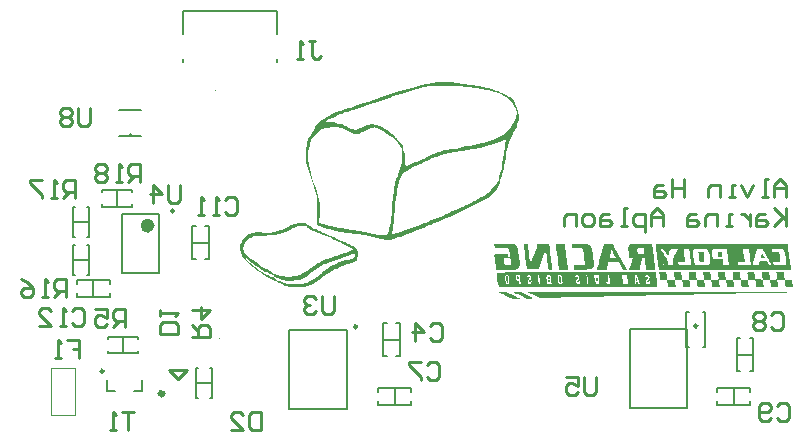
<source format=gbr>
%TF.GenerationSoftware,Altium Limited,Altium Designer,18.1.9 (240)*%
G04 Layer_Color=32896*
%FSLAX26Y26*%
%MOIN*%
%TF.FileFunction,Legend,Bot*%
%TF.Part,Single*%
G01*
G75*
%TA.AperFunction,NonConductor*%
%ADD53C,0.019685*%
%ADD54C,0.007874*%
%ADD55C,0.009842*%
%ADD56C,0.003937*%
%ADD57C,0.023622*%
%ADD58C,0.005906*%
%ADD59C,0.010000*%
G36*
X3206209Y1682303D02*
Y1680480D01*
X3207120Y1675924D01*
X3208032Y1668633D01*
Y1661343D01*
X3208943Y1654053D01*
X3209854Y1646762D01*
X3210765Y1642206D01*
Y1641294D01*
Y1640383D01*
X3212588Y1626714D01*
X3213499Y1616689D01*
X3215322Y1609399D01*
Y1604842D01*
X3216233Y1601197D01*
Y1599375D01*
Y1598463D01*
Y1597552D01*
X3203475D01*
Y1598463D01*
X3202564Y1601197D01*
Y1604842D01*
X3201653Y1611222D01*
X3200741Y1617601D01*
X3199830Y1623068D01*
Y1628536D01*
X3198919Y1632181D01*
Y1634004D01*
X3197096Y1644940D01*
X3196185Y1653141D01*
X3195273Y1659520D01*
Y1664077D01*
X3194362Y1666811D01*
Y1667722D01*
X3193451Y1665899D01*
Y1664077D01*
Y1663166D01*
X3191628Y1659520D01*
X3190717Y1654964D01*
X3188894Y1652230D01*
Y1650407D01*
X3186160Y1644940D01*
X3184338Y1639472D01*
X3182515Y1635827D01*
Y1634004D01*
X3170668Y1598463D01*
X3131482Y1598463D01*
X3126015Y1640383D01*
X3125103Y1647673D01*
X3124192Y1654053D01*
X3123281Y1658609D01*
Y1660432D01*
X3122369Y1667722D01*
Y1673190D01*
Y1675924D01*
Y1676835D01*
X3121458Y1680480D01*
Y1681391D01*
Y1682303D01*
X3122369Y1683214D01*
X3124192Y1684125D01*
X3133305D01*
X3134216Y1683214D01*
Y1681391D01*
X3135128Y1677746D01*
X3136039Y1672278D01*
Y1665899D01*
X3136950Y1659520D01*
X3137861Y1654053D01*
X3138773Y1650407D01*
Y1648585D01*
X3139684Y1637649D01*
X3140595Y1629447D01*
X3141507Y1623068D01*
X3142418Y1619423D01*
Y1616689D01*
X3143329Y1615778D01*
Y1616689D01*
X3144241Y1617601D01*
Y1618512D01*
X3146063Y1625802D01*
X3146974Y1628536D01*
X3147886Y1629447D01*
X3149708Y1634004D01*
X3151531Y1639472D01*
X3152442Y1643117D01*
X3153354Y1644028D01*
X3155176Y1648585D01*
X3156999Y1654053D01*
X3157910Y1657698D01*
X3158821Y1658609D01*
X3160644Y1664077D01*
X3162467Y1667722D01*
X3163378Y1670456D01*
Y1671367D01*
X3164289Y1675013D01*
Y1676835D01*
Y1677746D01*
X3166112Y1684126D01*
X3205298D01*
X3206209Y1682303D01*
D02*
G37*
G36*
X3077716Y1683214D02*
X3084095D01*
X3085917Y1682303D01*
X3086829D01*
X3090474Y1681391D01*
X3091385Y1680480D01*
X3092296D01*
X3096853Y1675924D01*
X3099587Y1671367D01*
X3101410Y1667722D01*
X3102321Y1666811D01*
Y1665899D01*
Y1664077D01*
Y1661343D01*
X3103232Y1656786D01*
Y1652230D01*
X3104143Y1647673D01*
Y1644028D01*
X3105055Y1641294D01*
Y1640383D01*
X3105966Y1632181D01*
X3106877Y1624891D01*
X3107789Y1620334D01*
Y1616689D01*
Y1613955D01*
Y1612133D01*
Y1611221D01*
X3105055Y1604842D01*
X3101410Y1601197D01*
X3098676Y1599374D01*
X3097764Y1598463D01*
X3095030D01*
X3091385Y1597552D01*
X3028506D01*
Y1599374D01*
X3027594Y1602108D01*
Y1605754D01*
X3026683Y1610310D01*
Y1614867D01*
X3025772Y1619423D01*
Y1622157D01*
Y1623068D01*
X3024860Y1631270D01*
X3023949Y1637649D01*
X3023038Y1641294D01*
X3022126Y1644939D01*
Y1646762D01*
Y1647673D01*
X3023038D01*
X3025772Y1648585D01*
X3068603D01*
X3069514Y1643117D01*
X3070425Y1638560D01*
Y1636738D01*
Y1635826D01*
Y1634915D01*
X3054933D01*
Y1625802D01*
X3055845Y1620334D01*
X3056756Y1616689D01*
X3057667Y1615778D01*
X3059490Y1613955D01*
X3060401Y1613044D01*
X3062224Y1612133D01*
X3075893D01*
X3076804Y1613044D01*
X3078627Y1614867D01*
Y1615778D01*
Y1616689D01*
X3077716Y1620334D01*
Y1623980D01*
X3076804Y1628536D01*
Y1633093D01*
X3075893Y1636738D01*
Y1639472D01*
Y1640383D01*
X3074982Y1648585D01*
X3074070Y1654964D01*
X3073159Y1659520D01*
X3072248Y1662254D01*
Y1664077D01*
Y1664988D01*
Y1665899D01*
X3070425Y1667722D01*
X3069514Y1668633D01*
X3068603Y1669545D01*
X3024860D01*
X3023949Y1675924D01*
X3023038Y1679569D01*
X3022126Y1681391D01*
Y1682303D01*
Y1684125D01*
X3072248D01*
X3077716Y1683214D01*
D02*
G37*
G36*
X4000863Y1682303D02*
Y1680480D01*
X4001774Y1675924D01*
X4002685Y1668633D01*
Y1661343D01*
X4003597Y1654053D01*
X4004508Y1646762D01*
X4005419Y1642206D01*
Y1641294D01*
Y1640383D01*
X4007242Y1627625D01*
X4008153Y1617601D01*
X4009976Y1610310D01*
Y1604842D01*
X4010887Y1601197D01*
Y1599375D01*
Y1598463D01*
Y1597552D01*
X3570729Y1597552D01*
X3565261Y1639472D01*
X3564350Y1646762D01*
X3563439Y1653141D01*
X3562527Y1664077D01*
X3561616Y1671367D01*
Y1676835D01*
X3560705Y1679569D01*
Y1681392D01*
Y1682303D01*
X3559793Y1684126D01*
X4000863Y1684126D01*
Y1682303D01*
D02*
G37*
G36*
X3548858Y1682303D02*
Y1681392D01*
X3549769Y1680480D01*
Y1675013D01*
X3550680Y1668633D01*
X3551592Y1661343D01*
X3552503Y1653141D01*
X3553414Y1646762D01*
X3554326Y1642206D01*
Y1641294D01*
Y1640383D01*
X3555237Y1633093D01*
X3556148Y1626714D01*
X3557059Y1615778D01*
X3558882Y1608488D01*
Y1603931D01*
X3559793Y1600286D01*
Y1599375D01*
Y1598463D01*
Y1597552D01*
X3529720D01*
Y1598463D01*
Y1599375D01*
Y1600286D01*
X3528809Y1604842D01*
Y1606665D01*
Y1607576D01*
X3526987Y1613044D01*
X3526075Y1614867D01*
Y1615778D01*
X3525164Y1622157D01*
Y1626714D01*
X3524253Y1629447D01*
Y1632181D01*
Y1634004D01*
X3523341Y1634915D01*
X3515140D01*
X3510583Y1617601D01*
Y1614867D01*
X3509672Y1612133D01*
Y1610310D01*
Y1609399D01*
X3507849Y1603931D01*
Y1603020D01*
Y1602109D01*
X3506938Y1600286D01*
X3505115Y1597552D01*
X3472309D01*
Y1598463D01*
X3473220Y1600286D01*
X3475043Y1606665D01*
X3477776Y1613044D01*
X3478688Y1614867D01*
Y1615778D01*
X3480510Y1622157D01*
X3481422Y1626714D01*
X3483244Y1630359D01*
Y1632181D01*
X3484155Y1634915D01*
X3482333D01*
X3477776Y1635827D01*
X3475043Y1637649D01*
X3473220Y1639472D01*
X3472309Y1640383D01*
Y1642206D01*
X3471397Y1644028D01*
Y1649496D01*
X3470486Y1654964D01*
Y1655875D01*
Y1656786D01*
X3469575Y1662254D01*
Y1666811D01*
Y1672279D01*
X3470486Y1675924D01*
Y1676835D01*
X3472309Y1679569D01*
X3475043Y1681392D01*
X3476865Y1682303D01*
X3514228D01*
X3548858Y1684126D01*
Y1682303D01*
D02*
G37*
G36*
X3417631Y1681392D02*
X3425832Y1666811D01*
X3433123Y1654964D01*
X3439502Y1643117D01*
X3444970Y1634004D01*
X3449526Y1625802D01*
X3453171Y1619423D01*
X3456816Y1613955D01*
X3458639Y1609399D01*
X3461373Y1605754D01*
X3462284Y1603020D01*
X3464107Y1599375D01*
X3465018Y1597552D01*
X3450437D01*
X3444058Y1608488D01*
X3437679Y1621246D01*
X3403050D01*
Y1619423D01*
X3402139Y1617601D01*
X3401227Y1613955D01*
X3400316Y1610310D01*
X3399405Y1609399D01*
Y1608488D01*
X3396671Y1597552D01*
X3364775D01*
X3366598Y1604842D01*
Y1606665D01*
X3367509Y1608488D01*
X3368420Y1610310D01*
Y1611222D01*
X3370243Y1616689D01*
X3371154Y1622157D01*
X3372066Y1625802D01*
X3372977Y1627625D01*
X3374800Y1634915D01*
X3375711Y1641294D01*
X3376622Y1644940D01*
X3377533Y1646762D01*
X3386646Y1684126D01*
X3416719D01*
X3417631Y1681392D01*
D02*
G37*
G36*
X3340170Y1680480D02*
X3343815Y1675013D01*
X3346549Y1670456D01*
X3347461Y1669545D01*
Y1668633D01*
X3348372Y1666811D01*
X3349283Y1663166D01*
Y1658609D01*
X3350194Y1653141D01*
X3351106Y1647674D01*
Y1644028D01*
X3352017Y1640383D01*
Y1639472D01*
X3352928Y1632181D01*
X3353840Y1625802D01*
Y1621246D01*
X3354751Y1618512D01*
Y1615778D01*
Y1614867D01*
Y1613955D01*
X3353840Y1608488D01*
X3352017Y1604842D01*
X3351106Y1603020D01*
X3350194Y1602109D01*
X3347461Y1601197D01*
X3346549Y1600286D01*
X3343815Y1599375D01*
X3340170Y1598463D01*
X3334702D01*
X3329235Y1597552D01*
X3289137D01*
X3288226Y1604842D01*
X3287315Y1608488D01*
Y1611222D01*
Y1612133D01*
Y1613044D01*
X3322855D01*
X3323767Y1613955D01*
Y1614867D01*
X3324678Y1615778D01*
X3321944Y1640383D01*
X3321033Y1648585D01*
X3320122Y1654964D01*
X3319210Y1659520D01*
Y1663166D01*
X3318299Y1664988D01*
Y1665899D01*
X3317388Y1666811D01*
X3316476Y1667722D01*
X3315565Y1668633D01*
X3314654D01*
X3312831Y1669545D01*
X3280936D01*
X3280024Y1675013D01*
Y1678658D01*
Y1681392D01*
Y1682303D01*
Y1684126D01*
X3332880D01*
X3340170Y1680480D01*
D02*
G37*
G36*
X3262710Y1642206D02*
X3264532Y1628536D01*
X3266355Y1618512D01*
X3267266Y1610310D01*
X3268177Y1604842D01*
Y1601197D01*
X3269089Y1599375D01*
Y1598463D01*
Y1597552D01*
X3238104D01*
Y1598463D01*
Y1599375D01*
X3237193Y1604842D01*
X3236282Y1611222D01*
X3235371Y1619423D01*
Y1626714D01*
X3234459Y1634004D01*
X3233548Y1638561D01*
Y1640383D01*
X3232637Y1647674D01*
X3231725Y1654053D01*
X3229903Y1664988D01*
X3228992Y1672279D01*
Y1676835D01*
X3228080Y1680480D01*
Y1681392D01*
Y1682303D01*
Y1684126D01*
X3258153D01*
X3262710Y1642206D01*
D02*
G37*
G36*
X3938894Y1587528D02*
Y1586617D01*
X3939805Y1582971D01*
X3940717Y1578415D01*
Y1577504D01*
Y1576592D01*
Y1572947D01*
X3941628Y1569302D01*
Y1565657D01*
Y1563834D01*
X3917934D01*
Y1562923D01*
Y1562011D01*
X3918846Y1558366D01*
X3919757Y1553810D01*
Y1552898D01*
Y1551987D01*
Y1548342D01*
X3920668Y1544697D01*
Y1541052D01*
Y1539229D01*
X3896063D01*
Y1540140D01*
Y1541052D01*
X3895152Y1545608D01*
X3894240Y1549253D01*
Y1551076D01*
X3893329Y1554721D01*
Y1558366D01*
X3892418Y1561100D01*
Y1562923D01*
X3891507D01*
X3890595Y1563834D01*
X3868724D01*
Y1561100D01*
Y1557455D01*
X3869635Y1550165D01*
X3870547Y1546519D01*
Y1542874D01*
X3871458Y1541052D01*
Y1540140D01*
Y1539229D01*
X3846853D01*
X3845942Y1551076D01*
X3845030Y1554721D01*
Y1558366D01*
X3844119Y1561100D01*
Y1562923D01*
Y1563834D01*
X3868724D01*
Y1564745D01*
Y1565657D01*
X3867813Y1570213D01*
Y1573858D01*
Y1575681D01*
X3866901Y1579326D01*
Y1582971D01*
X3865990Y1585705D01*
Y1587528D01*
X3866901D01*
X3867813Y1588439D01*
X3889684D01*
Y1587528D01*
Y1586617D01*
X3890595Y1582971D01*
X3891507Y1578415D01*
Y1577504D01*
Y1576592D01*
X3892418Y1564745D01*
X3904265D01*
X3917023Y1563834D01*
X3916112Y1575681D01*
X3915200Y1579326D01*
Y1582971D01*
X3914289Y1585705D01*
Y1587528D01*
X3913378Y1588439D01*
X3938894D01*
Y1587528D01*
D02*
G37*
G36*
X3693755Y1587528D02*
X3694666Y1586616D01*
Y1585705D01*
X3695577Y1582060D01*
X3696488Y1577503D01*
Y1576592D01*
Y1575681D01*
X3697400Y1563834D01*
X3672795D01*
Y1562923D01*
Y1562011D01*
X3673706Y1557455D01*
X3674617Y1553810D01*
Y1552898D01*
Y1551987D01*
X3675528Y1548342D01*
Y1545608D01*
X3676440Y1541963D01*
Y1540140D01*
Y1539229D01*
X3650923D01*
Y1540140D01*
Y1541963D01*
X3650012Y1545608D01*
Y1550164D01*
Y1551076D01*
Y1551987D01*
X3648189Y1563834D01*
X3624496D01*
Y1562923D01*
Y1562011D01*
X3625407Y1557455D01*
X3626318Y1553810D01*
Y1552898D01*
Y1551987D01*
Y1548342D01*
X3627230Y1545608D01*
Y1541963D01*
Y1540140D01*
Y1539229D01*
X3602624D01*
Y1540140D01*
Y1541963D01*
X3601713Y1545608D01*
X3600802Y1550164D01*
Y1551076D01*
Y1551987D01*
X3599891Y1555632D01*
Y1559277D01*
X3598979Y1562011D01*
Y1563834D01*
X3575285D01*
X3573463Y1575681D01*
Y1580237D01*
Y1582060D01*
X3572552Y1584794D01*
Y1585705D01*
Y1587528D01*
Y1588439D01*
X3596245D01*
X3598068Y1576592D01*
Y1572947D01*
X3598979Y1570213D01*
Y1566568D01*
Y1564745D01*
X3599891Y1563834D01*
X3624496D01*
Y1564745D01*
Y1566568D01*
X3623584Y1570213D01*
X3622673Y1574770D01*
Y1575681D01*
Y1576592D01*
X3621762Y1580237D01*
Y1583882D01*
X3620851Y1586616D01*
Y1588439D01*
X3646367D01*
Y1587528D01*
Y1586616D01*
Y1582060D01*
X3647278Y1578415D01*
Y1577503D01*
Y1576592D01*
X3648189Y1570213D01*
Y1566568D01*
Y1565657D01*
Y1564745D01*
X3649101Y1563834D01*
X3672795D01*
Y1564745D01*
X3671883Y1571124D01*
X3670972Y1575681D01*
Y1580237D01*
X3670061Y1582971D01*
Y1587528D01*
Y1588439D01*
X3693755D01*
Y1587528D01*
D02*
G37*
G36*
X4016355Y1552898D02*
Y1549253D01*
X4017266Y1548342D01*
Y1547431D01*
Y1543785D01*
X4018177Y1541963D01*
Y1541052D01*
Y1539229D01*
X3993572D01*
X3992661Y1551076D01*
X3991750Y1554721D01*
Y1559277D01*
X3990838Y1562923D01*
Y1563834D01*
X4015443D01*
X4016355Y1552898D01*
D02*
G37*
G36*
X3989927Y1576592D02*
Y1572947D01*
X3990838Y1570213D01*
Y1566568D01*
Y1564745D01*
Y1563834D01*
X3968056D01*
X3966233Y1562923D01*
Y1562011D01*
Y1561100D01*
X3967144Y1557455D01*
X3968056Y1552898D01*
Y1551987D01*
Y1551076D01*
X3968967Y1547431D01*
Y1544697D01*
X3969878Y1541052D01*
Y1539229D01*
X3944362D01*
X3943451Y1551987D01*
X3942539Y1555632D01*
Y1559277D01*
X3941628Y1562011D01*
Y1563834D01*
X3959854D01*
X3963499Y1564745D01*
X3965322D01*
Y1567479D01*
Y1571124D01*
X3964411Y1578415D01*
Y1582060D01*
X3963499Y1584794D01*
Y1586617D01*
Y1587528D01*
X3962588Y1588439D01*
X3987193D01*
X3989927Y1576592D01*
D02*
G37*
G36*
X3843208D02*
Y1572947D01*
X3844119Y1570213D01*
Y1566568D01*
Y1564745D01*
Y1563834D01*
X3821336D01*
X3819514Y1562923D01*
Y1562011D01*
Y1561100D01*
X3820425Y1557455D01*
X3821336Y1552898D01*
Y1551987D01*
Y1551076D01*
X3822248Y1547431D01*
Y1544697D01*
X3823159Y1541052D01*
Y1539229D01*
X3797643D01*
X3796731Y1551076D01*
X3795820Y1554721D01*
Y1558366D01*
X3794909Y1562011D01*
Y1563834D01*
X3814046D01*
X3817691Y1564745D01*
X3819514D01*
Y1566568D01*
X3818603Y1569302D01*
X3817691Y1576592D01*
Y1581149D01*
X3816780Y1583883D01*
Y1586617D01*
Y1587528D01*
Y1588439D01*
X3840474D01*
X3843208Y1576592D01*
D02*
G37*
G36*
X3792175Y1585705D02*
Y1582060D01*
X3793086Y1574770D01*
X3793997Y1571124D01*
Y1567479D01*
X3794909Y1565657D01*
Y1564745D01*
Y1563834D01*
X3771215D01*
Y1562923D01*
Y1562011D01*
X3772126Y1558366D01*
X3773038Y1553810D01*
Y1552898D01*
Y1551987D01*
Y1548342D01*
X3773949Y1544697D01*
Y1541052D01*
Y1539229D01*
X3749344D01*
Y1540140D01*
Y1542874D01*
X3748432Y1546519D01*
Y1550165D01*
Y1551987D01*
X3747521Y1555632D01*
X3746610Y1558366D01*
X3745699Y1562011D01*
Y1563834D01*
X3765747D01*
X3769392Y1564745D01*
X3771215D01*
X3770304Y1571124D01*
X3769392Y1579326D01*
X3768481Y1584794D01*
X3767570Y1586617D01*
Y1587528D01*
Y1588439D01*
X3792175D01*
Y1585705D01*
D02*
G37*
G36*
X3742965Y1587528D02*
Y1586617D01*
X3743876Y1582971D01*
X3744787Y1578415D01*
Y1577504D01*
Y1576592D01*
Y1572947D01*
X3745699Y1569302D01*
Y1565657D01*
Y1563834D01*
X3722005Y1563834D01*
Y1562923D01*
X3722916Y1556543D01*
X3723827Y1551987D01*
Y1547430D01*
X3724739Y1544697D01*
Y1541051D01*
Y1540140D01*
Y1539229D01*
X3700134D01*
Y1540140D01*
Y1541051D01*
Y1541963D01*
X3699222Y1546519D01*
Y1550164D01*
Y1551987D01*
X3697400Y1563834D01*
X3722005D01*
Y1564745D01*
Y1565657D01*
X3721093Y1566568D01*
Y1571124D01*
X3720182Y1574770D01*
Y1575681D01*
Y1576592D01*
Y1580237D01*
X3719271Y1582971D01*
Y1586616D01*
Y1587528D01*
Y1588439D01*
X3742965Y1588439D01*
Y1587528D01*
D02*
G37*
G36*
X3560705Y1587528D02*
X3562527Y1574770D01*
X3563439Y1564745D01*
X3565261Y1556543D01*
Y1550164D01*
X3566173Y1545608D01*
Y1541963D01*
Y1541051D01*
Y1540140D01*
Y1539229D01*
X3036707Y1539229D01*
Y1540140D01*
X3034885Y1551987D01*
X3033062Y1562922D01*
X3032151Y1571124D01*
X3031239Y1577503D01*
X3030328Y1582060D01*
Y1584794D01*
Y1586616D01*
Y1587528D01*
X3054933D01*
X3063135Y1588439D01*
X3560705Y1588439D01*
Y1587528D01*
D02*
G37*
G36*
X3974435Y1521914D02*
X4001774D01*
X3992661Y1521003D01*
X3968056D01*
X3954386Y1520092D01*
X3938894D01*
X3922491Y1519180D01*
X3886039D01*
X3848675Y1518269D01*
X3808578Y1517358D01*
X3769392Y1516446D01*
X3731118Y1515535D01*
X3712892Y1514624D01*
X3695577D01*
X3679174Y1513712D01*
X3663682D01*
X3650012Y1512801D01*
X3616294D01*
X3608092Y1511890D01*
X3598068D01*
X3176136Y1501866D01*
X3155176Y1511890D01*
X3147886Y1515535D01*
X3143329Y1517358D01*
X3139684Y1519180D01*
X3136950Y1521003D01*
X3135128D01*
X3134216Y1521914D01*
X3175225Y1521914D01*
X3188894Y1522825D01*
X3964411Y1522825D01*
X3974435Y1521914D01*
D02*
G37*
G36*
X3132394Y1511890D02*
X3138773Y1509156D01*
X3143329Y1507333D01*
X3146974Y1505511D01*
X3147886Y1504599D01*
X3150620Y1502777D01*
X3152442Y1501865D01*
X3147886D01*
X3144241Y1500954D01*
X3130571D01*
X3108700Y1511890D01*
X3101410Y1515535D01*
X3095942Y1517358D01*
X3092296Y1519180D01*
X3089563Y1521003D01*
X3087740D01*
X3086829Y1521914D01*
X3087740D01*
X3088651Y1522825D01*
X3110523D01*
X3132394Y1511890D01*
D02*
G37*
G36*
X3085006D02*
X3092296Y1508245D01*
X3097764Y1505511D01*
X3102321Y1503688D01*
X3105055Y1502777D01*
X3106877Y1501865D01*
X3107789Y1500954D01*
X3099587D01*
X3095942Y1500043D01*
X3085006D01*
X3061312Y1510978D01*
X3054022Y1514624D01*
X3048554Y1517358D01*
X3043998Y1519180D01*
X3041264Y1521003D01*
X3039441D01*
X3038530Y1521914D01*
X3039441D01*
X3040352Y1522825D01*
X3062224D01*
X3085006Y1511890D01*
D02*
G37*
G36*
X2391614Y1752139D02*
X2394348Y1751227D01*
X2395259D01*
X2400727Y1747582D01*
X2405283Y1744848D01*
X2408928Y1742114D01*
X2410751Y1741203D01*
X2416219Y1736647D01*
X2419864Y1734824D01*
X2420775Y1733913D01*
X2421687D01*
X2424421Y1733001D01*
X2428066Y1732090D01*
X2433534Y1729356D01*
X2439001Y1727534D01*
X2444469Y1724800D01*
X2449026Y1722066D01*
X2452671Y1721154D01*
X2453582Y1720243D01*
X2462695Y1716598D01*
X2471808Y1712041D01*
X2476365Y1710219D01*
X2480010Y1709307D01*
X2481832Y1707485D01*
X2482744D01*
X2489123Y1704751D01*
X2494591Y1702017D01*
X2498236Y1700195D01*
X2501881Y1699283D01*
X2505526Y1697461D01*
X2506438Y1696549D01*
X2516462Y1691993D01*
X2524664Y1688348D01*
X2531043Y1685614D01*
X2535599Y1683791D01*
X2538333Y1681968D01*
X2541067D01*
X2541978Y1681057D01*
X2549269Y1677412D01*
X2554736Y1674678D01*
X2557470Y1673767D01*
X2558382D01*
X2562027Y1671033D01*
X2564761Y1667388D01*
X2566583Y1662831D01*
X2567495Y1657363D01*
Y1651896D01*
Y1647339D01*
Y1643694D01*
Y1642783D01*
X2566583Y1636403D01*
X2565672Y1631847D01*
X2564761Y1630024D01*
Y1629113D01*
X2562938Y1627291D01*
X2559293Y1624557D01*
X2556559Y1623645D01*
X2555648Y1622734D01*
X2548357Y1620000D01*
X2542890Y1619089D01*
X2538333Y1617266D01*
X2536510D01*
X2531043Y1615444D01*
X2523752Y1612710D01*
X2509171Y1606331D01*
X2502792Y1603597D01*
X2497325Y1600863D01*
X2492768Y1599040D01*
X2491857Y1598129D01*
X2480921Y1592661D01*
X2471808Y1587193D01*
X2464518Y1583548D01*
X2459050Y1579903D01*
X2454494Y1577169D01*
X2451760Y1575346D01*
X2450848Y1573524D01*
X2449937D01*
X2439001Y1564411D01*
X2428977Y1557120D01*
X2418041Y1550741D01*
X2407106Y1546185D01*
X2397082Y1542540D01*
X2387057Y1540717D01*
X2368831Y1537983D01*
X2353339D01*
X2346960Y1538894D01*
X2341492Y1539806D01*
X2336936Y1540717D01*
X2333291Y1541628D01*
X2331468Y1542540D01*
X2330557D01*
X2324178Y1544362D01*
X2320532Y1546185D01*
X2316887Y1548007D01*
X2315065Y1548919D01*
X2313242Y1550741D01*
Y1551653D01*
Y1552564D01*
X2309597D01*
X2305952Y1554387D01*
X2301395Y1556209D01*
X2295927Y1558943D01*
X2290459Y1560766D01*
X2285903Y1563499D01*
X2282258Y1564411D01*
X2281347Y1565322D01*
X2271322Y1570790D01*
X2264032Y1574435D01*
X2257653Y1578080D01*
X2253096Y1580814D01*
X2250362Y1582637D01*
X2247628Y1584459D01*
X2246717Y1585371D01*
X2240338Y1589927D01*
X2234870Y1594484D01*
X2230314Y1597218D01*
X2228491Y1598129D01*
X2217555Y1606331D01*
X2208443Y1614532D01*
X2203886Y1618178D01*
X2201152Y1621823D01*
X2199329Y1623645D01*
X2198418Y1624557D01*
X2192950Y1630936D01*
X2188394Y1635492D01*
X2184749Y1640049D01*
X2182015Y1643694D01*
X2180192Y1648250D01*
X2179281Y1650073D01*
X2177458Y1657363D01*
X2175636Y1663743D01*
X2174724Y1668299D01*
X2173813Y1671944D01*
Y1674678D01*
Y1676501D01*
Y1677412D01*
X2174724Y1680146D01*
X2176547Y1683791D01*
X2181104Y1691082D01*
X2182926Y1694727D01*
X2185660Y1697461D01*
X2186571Y1699283D01*
X2187483Y1700195D01*
X2195684Y1709307D01*
X2205709Y1714775D01*
X2209354Y1716598D01*
X2212999Y1718420D01*
X2214822Y1719332D01*
X2215733D01*
X2222112Y1721154D01*
X2228491Y1722066D01*
X2239427Y1722977D01*
X2243983Y1722066D01*
X2247628D01*
X2249451Y1721154D01*
X2250362D01*
X2261298Y1720243D01*
X2274056D01*
X2286814Y1722977D01*
X2299573Y1726622D01*
X2311419Y1730267D01*
X2320532Y1733913D01*
X2324178Y1735735D01*
X2326912Y1736647D01*
X2327823Y1737558D01*
X2328734D01*
X2345137Y1744848D01*
X2358807Y1749405D01*
X2370654Y1751227D01*
X2379767Y1753050D01*
X2387057D01*
X2391614Y1752139D01*
D02*
G37*
G36*
X2880071Y2221458D02*
X2885538D01*
X2891006Y2220547D01*
X2894651D01*
X2897385Y2219635D01*
X2900119D01*
X2914700Y2217813D01*
X2927458Y2215990D01*
X2938394Y2214168D01*
X2947507Y2213256D01*
X2955709Y2211434D01*
X2962999Y2210523D01*
X2968467Y2209611D01*
X2973023D01*
X2976668Y2208700D01*
X2979402Y2207789D01*
X2982136D01*
X2983959Y2206877D01*
X2985781Y2205966D01*
X2988515D01*
X2995806Y2204143D01*
X2999451Y2203232D01*
X3002185Y2202321D01*
X3004919Y2201410D01*
X3005830D01*
X3014032Y2199587D01*
X3022233Y2196853D01*
X3030435Y2194119D01*
X3038637Y2191385D01*
X3045016Y2187740D01*
X3050484Y2185917D01*
X3055040Y2184095D01*
X3055952Y2183184D01*
X3063242Y2179538D01*
X3068710Y2175893D01*
X3073266Y2174070D01*
X3076911Y2172248D01*
X3079645Y2170425D01*
X3081468Y2169514D01*
X3082379Y2168603D01*
X3085113Y2164957D01*
X3087847Y2160401D01*
X3089670Y2155845D01*
X3090581Y2154933D01*
Y2154022D01*
X3095137Y2143998D01*
X3098783Y2134885D01*
X3100605Y2125772D01*
X3102428Y2118481D01*
X3103339Y2113013D01*
X3104250Y2108457D01*
Y2105723D01*
Y2104812D01*
X3103339Y2096610D01*
X3101517Y2089320D01*
X3098783Y2081118D01*
X3096960Y2073827D01*
X3094226Y2068360D01*
X3091492Y2063803D01*
X3090581Y2060158D01*
X3089670Y2059247D01*
X3084202Y2050134D01*
X3080557Y2041932D01*
X3076911Y2034642D01*
X3074177Y2029174D01*
X3072355Y2024617D01*
X3071444Y2021883D01*
X3070532Y2020061D01*
Y2019149D01*
X3068710Y2014593D01*
X3066887Y2008214D01*
X3065064Y1996367D01*
X3063242Y1990899D01*
Y1986343D01*
X3062331Y1983609D01*
Y1982697D01*
X3060508Y1969028D01*
X3057774Y1956270D01*
X3055952Y1944423D01*
X3054129Y1934399D01*
X3052306Y1924374D01*
X3049572Y1916173D01*
X3047750Y1908882D01*
X3045927Y1902503D01*
X3043193Y1892479D01*
X3040459Y1886100D01*
X3039548Y1881543D01*
X3038637Y1880632D01*
X3034080Y1872430D01*
X3030435Y1866051D01*
X3025879Y1859672D01*
X3022233Y1855116D01*
X3018588Y1851470D01*
X3015854Y1848736D01*
X3014943Y1847825D01*
X3014032Y1846914D01*
X3007653Y1842357D01*
X3000362Y1837801D01*
X2982136Y1826865D01*
X2973934Y1822309D01*
X2967555Y1818664D01*
X2962999Y1815930D01*
X2961176Y1815018D01*
X2949329Y1809551D01*
X2935660Y1803171D01*
X2908321Y1790413D01*
X2880982Y1777655D01*
X2854554Y1765808D01*
X2841796Y1760340D01*
X2830860Y1755784D01*
X2820836Y1751227D01*
X2811723Y1747582D01*
X2804433Y1744848D01*
X2798965Y1742114D01*
X2795320Y1741203D01*
X2794408Y1740292D01*
X2776182Y1733001D01*
X2758868Y1725711D01*
X2744287Y1720243D01*
X2731529Y1715687D01*
X2719682Y1711130D01*
X2709657Y1707485D01*
X2701456Y1704751D01*
X2694165Y1702017D01*
X2688698Y1700195D01*
X2683230Y1698372D01*
X2679585Y1697461D01*
X2676851Y1696549D01*
X2673206Y1695638D01*
X2666826D01*
X2660447Y1696549D01*
X2647689Y1699283D01*
X2641310Y1700195D01*
X2636753Y1702017D01*
X2633108Y1702928D01*
X2632197D01*
X2617616Y1706574D01*
X2604858Y1710219D01*
X2593011Y1712041D01*
X2582075Y1713864D01*
X2573874Y1715687D01*
X2567495Y1716598D01*
X2562027D01*
X2535599Y1719332D01*
X2511905Y1722977D01*
X2491857Y1727534D01*
X2474542Y1732090D01*
X2466340Y1733913D01*
X2459961Y1735735D01*
X2454494Y1737558D01*
X2449937Y1739380D01*
X2446292Y1740292D01*
X2443558Y1741203D01*
X2442647Y1742114D01*
X2441735D01*
X2432622Y1745759D01*
Y1794058D01*
Y1840535D01*
X2414396Y1896124D01*
X2395259Y1951713D01*
Y1982697D01*
Y1993633D01*
X2396170Y2003657D01*
X2397082Y2010948D01*
X2397993Y2017327D01*
X2398904Y2021883D01*
X2399816Y2025529D01*
X2400727Y2027351D01*
Y2028263D01*
X2406195Y2038287D01*
X2411662Y2046488D01*
X2415308Y2051956D01*
X2416219Y2052868D01*
Y2053779D01*
X2420775Y2061981D01*
X2422598Y2067448D01*
X2423509Y2070182D01*
Y2071094D01*
X2424421Y2073827D01*
X2425332Y2076561D01*
X2430800Y2082941D01*
X2438090Y2089320D01*
X2447203Y2095699D01*
X2456316Y2101166D01*
X2463606Y2105723D01*
X2469074Y2109368D01*
X2469986Y2110280D01*
X2470897D01*
X2480921Y2115747D01*
X2488212Y2119392D01*
X2494591Y2122126D01*
X2498236Y2123949D01*
X2500970Y2124860D01*
X2501881Y2125772D01*
X2506438D01*
X2511905Y2127594D01*
X2518285Y2129417D01*
X2526486Y2131239D01*
X2535599Y2134885D01*
X2545624Y2137619D01*
X2566583Y2144909D01*
X2587543Y2151288D01*
X2596656Y2154933D01*
X2604858Y2157667D01*
X2611237Y2159490D01*
X2616705Y2161312D01*
X2620350Y2163135D01*
X2621261D01*
X2644955Y2171337D01*
X2665915Y2178627D01*
X2685964Y2185006D01*
X2704190Y2191385D01*
X2720593Y2195942D01*
X2735174Y2200498D01*
X2747932Y2204143D01*
X2758868Y2207789D01*
X2768892Y2210523D01*
X2777094Y2212345D01*
X2784384Y2214168D01*
X2789852Y2215990D01*
X2793497Y2216902D01*
X2796231Y2217813D01*
X2798965D01*
X2816280Y2220547D01*
X2834506Y2222369D01*
X2867312D01*
X2880071Y2221458D01*
D02*
G37*
%LPC*%
G36*
X3634520Y1666811D02*
X3612649D01*
X3606270Y1654964D01*
X3604447Y1651319D01*
X3603536Y1648585D01*
X3602624Y1645851D01*
X3601713Y1644028D01*
Y1644940D01*
X3600802Y1645851D01*
X3597157Y1649496D01*
X3594423Y1653141D01*
X3593512Y1654964D01*
X3585310Y1666811D01*
X3575285D01*
X3576197Y1664988D01*
X3577108D01*
X3578019Y1664077D01*
X3578931Y1663166D01*
Y1662254D01*
X3581665Y1657698D01*
X3582576Y1655875D01*
X3583487Y1654964D01*
X3587132Y1650407D01*
X3588044Y1648585D01*
Y1647674D01*
X3598979Y1632181D01*
X3601713Y1622157D01*
X3602624Y1612133D01*
X3620851D01*
Y1613044D01*
Y1613955D01*
X3619939Y1617601D01*
Y1620334D01*
Y1622157D01*
X3618117Y1633093D01*
X3626318Y1648585D01*
X3629052Y1654053D01*
X3630875Y1658609D01*
X3632697Y1661343D01*
X3633609Y1663166D01*
X3634520Y1665899D01*
Y1666811D01*
D02*
G37*
G36*
X3979903Y1666811D02*
X3949830D01*
X3948007Y1665900D01*
Y1664988D01*
Y1664077D01*
Y1663166D01*
Y1662254D01*
X3948919Y1660432D01*
Y1658609D01*
Y1657698D01*
X3971701D01*
X3972612Y1656787D01*
Y1655875D01*
Y1654964D01*
Y1653141D01*
X3973524Y1647674D01*
X3974435Y1642206D01*
Y1640383D01*
Y1639472D01*
X3975346Y1634004D01*
Y1630359D01*
Y1627625D01*
X3976258Y1625802D01*
Y1623069D01*
X3975346D01*
Y1622157D01*
X3974435Y1621246D01*
X3952564D01*
Y1617601D01*
X3953475Y1616689D01*
Y1615778D01*
Y1613956D01*
Y1613044D01*
Y1612133D01*
X3988104D01*
X3991750Y1613956D01*
X3993572Y1615778D01*
X3994483Y1616689D01*
Y1617601D01*
Y1619423D01*
X3995395Y1622157D01*
X3994483Y1630359D01*
Y1633093D01*
X3993572Y1636738D01*
Y1638561D01*
Y1639472D01*
X3992661Y1644940D01*
X3991750Y1649496D01*
Y1653141D01*
X3990838Y1655875D01*
X3989927Y1658609D01*
Y1659521D01*
X3988104Y1663166D01*
X3985370Y1664988D01*
X3984459Y1665900D01*
X3982637D01*
X3979903Y1666811D01*
D02*
G37*
G36*
X3917023D02*
X3897886D01*
Y1665900D01*
X3896974Y1662254D01*
X3895152Y1658609D01*
X3894240Y1653141D01*
X3892418Y1648585D01*
X3891507Y1644028D01*
X3890595Y1640383D01*
Y1639472D01*
X3887861Y1630359D01*
X3886039Y1623980D01*
X3884216Y1618512D01*
X3883305Y1615778D01*
X3882394Y1613956D01*
Y1613044D01*
Y1612133D01*
X3903354D01*
X3906087Y1618512D01*
X3907910Y1626714D01*
X3930693D01*
X3934338Y1618512D01*
X3938894Y1612133D01*
X3948007D01*
X3947096Y1613044D01*
X3945273Y1616689D01*
X3943451Y1620335D01*
X3939805Y1625802D01*
X3937072Y1630359D01*
X3935249Y1634915D01*
X3933426Y1637649D01*
X3932515Y1638561D01*
X3927959Y1647674D01*
X3924313Y1654053D01*
X3921579Y1658609D01*
X3918846Y1662254D01*
X3917934Y1664077D01*
X3917023Y1664988D01*
Y1665900D01*
Y1666811D01*
D02*
G37*
G36*
X3870547D02*
X3851409D01*
Y1665900D01*
X3853232Y1654053D01*
X3855055Y1644940D01*
X3855966Y1636738D01*
X3856877Y1631270D01*
X3857789Y1626714D01*
Y1623069D01*
Y1622157D01*
Y1621246D01*
X3835006D01*
Y1619423D01*
Y1618512D01*
Y1617601D01*
Y1615778D01*
Y1614867D01*
X3835917Y1612133D01*
X3877837D01*
Y1613956D01*
X3876926Y1616689D01*
Y1621246D01*
X3876015Y1625802D01*
Y1631270D01*
X3875103Y1634915D01*
Y1638561D01*
Y1639472D01*
X3870547Y1666811D01*
D02*
G37*
G36*
X3793997D02*
X3756634D01*
X3755723Y1665900D01*
X3753900D01*
X3751166Y1664988D01*
X3749344Y1663166D01*
X3748432Y1662254D01*
Y1661343D01*
X3747521Y1659521D01*
Y1656787D01*
X3748432Y1654964D01*
Y1654053D01*
Y1649496D01*
X3749344Y1645851D01*
Y1643117D01*
Y1641294D01*
X3750255Y1639472D01*
X3752078Y1635827D01*
X3754812Y1634004D01*
X3757546Y1632181D01*
X3783973D01*
Y1629448D01*
Y1626714D01*
X3784885Y1623069D01*
Y1622157D01*
X3785796Y1617601D01*
Y1614867D01*
Y1613044D01*
Y1612133D01*
X3804933D01*
Y1613044D01*
X3804022Y1616689D01*
Y1620335D01*
X3803110Y1625802D01*
X3802199Y1630359D01*
Y1634915D01*
X3801288Y1637649D01*
Y1638561D01*
X3800377Y1647674D01*
X3799465Y1654053D01*
X3798554Y1659521D01*
X3797643Y1662254D01*
Y1664077D01*
Y1665900D01*
X3796731D01*
X3793997Y1666811D01*
D02*
G37*
G36*
X3720182Y1666811D02*
X3691021D01*
X3690109Y1665899D01*
X3688287Y1664988D01*
X3687375Y1663166D01*
X3686464Y1662254D01*
Y1661343D01*
X3685553Y1659520D01*
Y1655875D01*
Y1648585D01*
Y1644940D01*
X3686464Y1641294D01*
Y1639472D01*
Y1638561D01*
X3687375Y1634004D01*
Y1631270D01*
X3688287Y1626714D01*
Y1624891D01*
Y1623980D01*
X3690109Y1618512D01*
X3692843Y1615778D01*
X3695577Y1613955D01*
X3696488Y1613044D01*
X3698311D01*
X3701045Y1612133D01*
X3731118D01*
X3733852Y1613044D01*
X3737497Y1613044D01*
X3739320Y1614867D01*
X3741142Y1616689D01*
X3742053Y1618512D01*
Y1619423D01*
Y1622157D01*
Y1623069D01*
X3741142Y1636738D01*
X3740231Y1646762D01*
X3739320Y1651319D01*
Y1654053D01*
X3738408Y1655875D01*
Y1656787D01*
X3736586Y1660432D01*
X3734763Y1663166D01*
X3732940Y1664988D01*
X3732029D01*
X3730206Y1665899D01*
X3727473D01*
X3720182Y1666811D01*
D02*
G37*
G36*
X3670972D02*
X3653657D01*
Y1665899D01*
X3655480Y1654053D01*
X3656391Y1644028D01*
X3658214Y1635827D01*
Y1630359D01*
X3659125Y1625802D01*
Y1623068D01*
Y1622157D01*
Y1621246D01*
X3636343D01*
Y1619423D01*
Y1618512D01*
Y1616689D01*
X3637254Y1615778D01*
Y1614867D01*
Y1612133D01*
X3679174D01*
Y1613044D01*
X3678262Y1616689D01*
Y1620334D01*
X3677351Y1625802D01*
Y1630359D01*
X3676440Y1634915D01*
Y1637649D01*
Y1638561D01*
X3675528Y1647674D01*
X3674617Y1654053D01*
X3673706Y1659520D01*
X3672795Y1662254D01*
Y1664077D01*
Y1665899D01*
X3671883D01*
X3670972Y1666811D01*
D02*
G37*
G36*
X3592600Y1622157D02*
X3587132D01*
X3585310Y1620334D01*
X3584398Y1617601D01*
X3585310Y1616689D01*
Y1615778D01*
X3587132Y1613044D01*
X3589866Y1612133D01*
X3592600D01*
X3594423Y1613044D01*
X3595334Y1613955D01*
Y1615778D01*
X3594423Y1618512D01*
X3593512Y1620334D01*
X3592600Y1622157D01*
D02*
G37*
%LPD*%
G36*
X3915200Y1652230D02*
X3917023Y1649496D01*
X3918846Y1646762D01*
X3919757Y1644940D01*
X3924313Y1635827D01*
X3917934D01*
X3913378Y1634915D01*
X3909733D01*
Y1636738D01*
X3910644Y1640383D01*
X3911555Y1643117D01*
X3912466Y1644940D01*
X3913378Y1650408D01*
X3914289Y1653141D01*
Y1654053D01*
X3915200Y1652230D01*
D02*
G37*
G36*
X3781239Y1655875D02*
Y1653141D01*
X3782151Y1650408D01*
Y1649496D01*
Y1644940D01*
Y1642206D01*
Y1640383D01*
Y1639472D01*
X3770304D01*
X3769392Y1640383D01*
X3768481Y1642206D01*
X3767570Y1644028D01*
Y1645851D01*
Y1648585D01*
Y1649496D01*
X3766659Y1653141D01*
Y1654964D01*
Y1655875D01*
Y1656787D01*
Y1657698D01*
X3780328D01*
X3781239Y1655875D01*
D02*
G37*
G36*
X3719271Y1656786D02*
X3720182Y1655875D01*
Y1654964D01*
Y1653141D01*
X3721093Y1646762D01*
X3722005Y1641294D01*
Y1639472D01*
Y1638561D01*
X3722916Y1633093D01*
Y1628536D01*
Y1625802D01*
Y1623980D01*
X3722005Y1621246D01*
X3709247D01*
X3708335Y1622157D01*
Y1623068D01*
X3707424Y1624891D01*
X3706513Y1630359D01*
X3705601Y1635827D01*
Y1637649D01*
Y1638561D01*
X3704690Y1644028D01*
X3703779Y1648585D01*
Y1651319D01*
X3702867Y1653141D01*
Y1655875D01*
Y1656786D01*
X3703779Y1657698D01*
X3717448D01*
X3719271Y1656786D01*
D02*
G37*
G36*
X3592600Y1619423D02*
X3593512Y1618512D01*
X3594423Y1617601D01*
Y1616689D01*
X3593512Y1614867D01*
X3592600Y1613955D01*
X3591689Y1613044D01*
X3588044Y1613955D01*
X3587132Y1614867D01*
X3586221Y1616689D01*
Y1617601D01*
Y1618512D01*
X3587132Y1619423D01*
Y1621246D01*
X3590778D01*
X3592600Y1619423D01*
D02*
G37*
%LPC*%
G36*
X3590778D02*
X3588044D01*
Y1618512D01*
Y1617601D01*
Y1616689D01*
Y1615778D01*
Y1614867D01*
X3588955D01*
Y1615778D01*
X3589866D01*
X3590778Y1617601D01*
X3591689D01*
Y1616689D01*
Y1614867D01*
X3592600D01*
Y1615778D01*
Y1616689D01*
X3591689Y1618512D01*
X3590778Y1619423D01*
D02*
G37*
%LPD*%
G36*
Y1617601D02*
X3588955D01*
Y1618512D01*
X3590778D01*
Y1617601D01*
D02*
G37*
%LPC*%
G36*
X3520608Y1668633D02*
X3500559D01*
X3499648Y1666811D01*
Y1664077D01*
Y1660432D01*
Y1659520D01*
X3500559Y1654053D01*
X3501470Y1651319D01*
X3502381Y1649496D01*
X3504204Y1648585D01*
X3522430D01*
Y1650407D01*
X3521519Y1654053D01*
Y1657698D01*
Y1659520D01*
X3520608Y1668633D01*
D02*
G37*
G36*
X3413985Y1663166D02*
X3413074Y1662254D01*
X3411251Y1656786D01*
X3410340Y1652230D01*
X3409429Y1650407D01*
Y1649496D01*
X3408518Y1644940D01*
Y1644028D01*
Y1643117D01*
X3407606Y1639472D01*
Y1637649D01*
X3406695Y1635827D01*
X3417631Y1634915D01*
X3428566D01*
X3427655Y1635827D01*
X3426744Y1638561D01*
X3425832Y1641294D01*
X3424921Y1642206D01*
X3422187Y1647674D01*
X3419453Y1652230D01*
X3418542Y1655875D01*
X3417631Y1656786D01*
X3415808Y1661343D01*
X3413985Y1663166D01*
D02*
G37*
G36*
X3464107Y1580237D02*
X3459550D01*
X3457728Y1570213D01*
Y1566568D01*
X3456816Y1564745D01*
Y1561100D01*
X3455905Y1560189D01*
Y1566568D01*
X3454994Y1572947D01*
X3454083Y1578415D01*
Y1579326D01*
Y1580237D01*
X3449526D01*
Y1579326D01*
Y1578415D01*
Y1576592D01*
Y1571124D01*
X3450437Y1566568D01*
Y1565657D01*
Y1564745D01*
X3451349Y1560189D01*
Y1556543D01*
Y1553810D01*
X3452260Y1551987D01*
Y1550164D01*
X3457728D01*
X3459550Y1560189D01*
X3460462Y1565657D01*
X3461373Y1568390D01*
Y1567479D01*
Y1564745D01*
X3462284Y1562011D01*
Y1560189D01*
X3463196Y1555632D01*
Y1552898D01*
Y1551076D01*
Y1550164D01*
X3467752D01*
Y1551076D01*
Y1551987D01*
Y1553810D01*
X3466841Y1559277D01*
Y1563834D01*
Y1564745D01*
Y1565657D01*
X3465930Y1570213D01*
Y1573858D01*
X3465018Y1575681D01*
Y1577503D01*
Y1579326D01*
X3464107Y1580237D01*
D02*
G37*
G36*
X3371154D02*
X3366598D01*
Y1579326D01*
Y1578415D01*
Y1577503D01*
Y1573858D01*
X3367509Y1569302D01*
Y1568390D01*
Y1567479D01*
Y1563834D01*
X3368420Y1561100D01*
Y1557455D01*
Y1555632D01*
Y1554721D01*
X3367509Y1553810D01*
X3366598D01*
X3364775Y1554721D01*
X3363864Y1555632D01*
Y1556543D01*
Y1557455D01*
X3362953Y1562011D01*
Y1565657D01*
Y1566568D01*
Y1567479D01*
X3362041Y1571124D01*
Y1574770D01*
X3361130Y1577503D01*
Y1579326D01*
X3360219Y1580237D01*
X3356573D01*
Y1579326D01*
Y1578415D01*
Y1577503D01*
Y1572947D01*
X3357485Y1568390D01*
Y1567479D01*
Y1566568D01*
X3358396Y1562923D01*
X3359307Y1560189D01*
X3360219Y1556543D01*
Y1554721D01*
X3362041Y1551987D01*
X3362953Y1551076D01*
X3363864D01*
X3365686Y1550164D01*
X3368420D01*
X3371154Y1551076D01*
X3372066Y1552898D01*
X3372977Y1554721D01*
Y1555632D01*
Y1565657D01*
X3372066Y1573858D01*
X3371154Y1578415D01*
Y1580237D01*
D02*
G37*
G36*
X3533366D02*
X3529720D01*
X3528809Y1579326D01*
X3526987Y1577503D01*
X3526075Y1575681D01*
Y1574770D01*
Y1573858D01*
Y1572947D01*
X3530632D01*
Y1573858D01*
X3531543Y1575681D01*
X3532454D01*
X3534277Y1574770D01*
X3535188Y1573858D01*
Y1572036D01*
Y1571124D01*
X3534277Y1569302D01*
X3533366Y1567479D01*
X3532454Y1566568D01*
Y1565657D01*
X3529720Y1562011D01*
X3528809Y1559277D01*
Y1556543D01*
Y1555632D01*
X3529720Y1552898D01*
X3532454Y1551076D01*
X3534277Y1550164D01*
X3538834D01*
X3540656Y1551987D01*
X3541567Y1553810D01*
X3542479Y1554721D01*
Y1555632D01*
Y1558366D01*
X3539745D01*
X3538834Y1557455D01*
Y1556543D01*
X3537922Y1554721D01*
X3537011Y1553810D01*
X3535188D01*
X3533366Y1554721D01*
X3532454Y1555632D01*
Y1559277D01*
Y1560189D01*
X3534277Y1562011D01*
X3535188Y1562923D01*
X3537922Y1566568D01*
X3539745Y1568390D01*
X3540656Y1570213D01*
Y1571124D01*
X3539745Y1574770D01*
X3537922Y1577503D01*
X3536100Y1578415D01*
X3535188Y1579326D01*
X3533366Y1580237D01*
D02*
G37*
G36*
X3498736D02*
X3492357D01*
Y1579326D01*
Y1577503D01*
Y1575681D01*
Y1570213D01*
Y1565657D01*
Y1564745D01*
Y1563834D01*
Y1559277D01*
X3491446Y1556543D01*
Y1552898D01*
Y1551076D01*
X3492357Y1550164D01*
X3496002D01*
Y1551987D01*
Y1554721D01*
Y1555632D01*
Y1556543D01*
X3500559D01*
X3501470Y1554721D01*
X3502381Y1551987D01*
Y1551076D01*
Y1550164D01*
X3506027D01*
X3506938Y1551076D01*
X3504204Y1559277D01*
X3502381Y1565657D01*
X3500559Y1571124D01*
X3499648Y1574770D01*
X3498736Y1577503D01*
Y1579326D01*
Y1580237D01*
D02*
G37*
G36*
X3404872D02*
X3400316D01*
Y1579326D01*
Y1576592D01*
X3401227Y1572036D01*
X3402139Y1568390D01*
Y1567479D01*
Y1566568D01*
X3403050Y1562923D01*
Y1560189D01*
X3403961Y1556543D01*
Y1554721D01*
X3395759D01*
Y1553810D01*
Y1552898D01*
Y1551987D01*
X3396671D01*
Y1550164D01*
X3408518D01*
X3407606Y1551076D01*
Y1551987D01*
Y1553810D01*
X3406695Y1559277D01*
Y1563834D01*
Y1564745D01*
Y1565657D01*
X3405784Y1572947D01*
X3404872Y1577503D01*
Y1579326D01*
Y1580237D01*
D02*
G37*
G36*
X3332880D02*
X3329235D01*
Y1579326D01*
Y1578415D01*
Y1577503D01*
X3330146Y1576592D01*
Y1575681D01*
Y1571124D01*
X3331057Y1569302D01*
Y1568390D01*
Y1562923D01*
X3331968Y1561100D01*
Y1560189D01*
Y1554721D01*
X3332880Y1553810D01*
Y1552898D01*
Y1551076D01*
Y1550164D01*
X3336525D01*
Y1551076D01*
Y1552898D01*
X3335614Y1557455D01*
X3334702Y1562923D01*
Y1563834D01*
Y1564745D01*
X3333791Y1569302D01*
Y1572947D01*
X3332880Y1575681D01*
Y1578415D01*
Y1580237D01*
D02*
G37*
G36*
X3208943D02*
X3200741D01*
X3199830Y1579326D01*
X3198007Y1577503D01*
X3196185Y1573858D01*
Y1570213D01*
X3197096Y1567479D01*
X3198007Y1566568D01*
X3198919Y1565657D01*
X3199830D01*
Y1564745D01*
X3198919Y1563834D01*
X3198007Y1562923D01*
X3197096Y1561100D01*
Y1560189D01*
X3198919Y1554721D01*
X3199830Y1553810D01*
Y1552898D01*
X3201653Y1551076D01*
X3203475D01*
X3204386Y1550164D01*
X3213499D01*
Y1551076D01*
Y1552898D01*
X3212588Y1557455D01*
Y1562923D01*
Y1563834D01*
Y1564745D01*
X3211677Y1569302D01*
X3210765Y1572947D01*
Y1575681D01*
X3209854Y1577503D01*
Y1579326D01*
X3208943Y1580237D01*
D02*
G37*
G36*
X3172491D02*
X3167023D01*
X3167934Y1579326D01*
Y1578415D01*
Y1577503D01*
Y1576592D01*
Y1575681D01*
Y1571124D01*
X3168846Y1569302D01*
Y1568390D01*
Y1562923D01*
X3169757Y1561100D01*
Y1560189D01*
X3170668Y1554721D01*
X3171580Y1553810D01*
Y1552898D01*
Y1551076D01*
Y1550164D01*
X3175225D01*
Y1551076D01*
Y1552898D01*
X3174314Y1557455D01*
X3173402Y1562923D01*
Y1563834D01*
Y1564745D01*
Y1569302D01*
X3172491Y1572947D01*
Y1575681D01*
Y1578415D01*
Y1580237D01*
D02*
G37*
G36*
X3107789Y1580237D02*
X3098676D01*
X3095942Y1578415D01*
X3095030Y1576592D01*
X3094119Y1575681D01*
Y1574769D01*
Y1572035D01*
Y1571124D01*
Y1570213D01*
X3095942Y1564745D01*
X3096853Y1563834D01*
X3097764Y1562922D01*
X3101410Y1561100D01*
X3105055D01*
Y1555632D01*
X3105966Y1552898D01*
Y1551076D01*
Y1550164D01*
X3110523D01*
Y1551076D01*
Y1551987D01*
Y1553810D01*
X3109611Y1558366D01*
X3108700Y1563834D01*
Y1564745D01*
Y1565656D01*
X3107789Y1580237D01*
D02*
G37*
G36*
X3067691Y1579326D02*
X3062224D01*
X3061312Y1578415D01*
X3059490Y1577503D01*
X3058578Y1576592D01*
Y1575681D01*
Y1572947D01*
Y1568390D01*
X3059490Y1564745D01*
Y1563834D01*
Y1562922D01*
X3060401Y1557455D01*
X3061312Y1553810D01*
X3062224Y1552898D01*
Y1551987D01*
X3064957Y1550164D01*
X3070425D01*
X3072248Y1551987D01*
X3073159Y1552898D01*
Y1553810D01*
Y1555632D01*
X3072248Y1559277D01*
Y1562011D01*
Y1563834D01*
X3071337Y1569302D01*
Y1572035D01*
Y1573858D01*
X3070425Y1576592D01*
X3068603Y1578415D01*
X3067691Y1579326D01*
D02*
G37*
G36*
X3300984Y1580237D02*
X3297339D01*
X3296428Y1579326D01*
X3294605Y1578415D01*
X3293694Y1577503D01*
X3291871Y1574770D01*
Y1573858D01*
Y1572947D01*
X3297339D01*
Y1574770D01*
X3298250Y1575681D01*
X3300073D01*
X3300984Y1574770D01*
X3301896Y1573858D01*
Y1572947D01*
Y1572036D01*
X3300984Y1570213D01*
X3300073Y1568390D01*
X3299162Y1566568D01*
X3298250Y1565657D01*
X3295516Y1562923D01*
X3294605Y1561100D01*
X3293694Y1560189D01*
Y1559277D01*
X3294605Y1556543D01*
X3295516Y1553810D01*
X3296428Y1552898D01*
X3297339Y1551987D01*
X3299162Y1550164D01*
X3300984Y1549253D01*
X3304629Y1550164D01*
X3307363Y1551987D01*
X3308275Y1552898D01*
Y1554721D01*
X3309186Y1555632D01*
Y1557455D01*
Y1558366D01*
X3304629D01*
Y1556543D01*
X3303718Y1554721D01*
Y1553810D01*
X3300984D01*
X3300073Y1554721D01*
X3299162Y1556543D01*
Y1557455D01*
Y1558366D01*
Y1560189D01*
X3300073Y1561100D01*
X3300984Y1562923D01*
X3301896D01*
X3303718Y1565657D01*
X3304629Y1566568D01*
X3305541Y1569302D01*
X3306452Y1571124D01*
X3305541Y1574770D01*
X3304629Y1576592D01*
X3303718Y1577503D01*
X3301896Y1579326D01*
X3300984Y1580237D01*
D02*
G37*
G36*
X3240838D02*
X3238104D01*
X3236282Y1578415D01*
X3234459Y1576592D01*
Y1575681D01*
Y1574770D01*
Y1572947D01*
Y1569302D01*
X3235371Y1566568D01*
Y1564745D01*
X3236282Y1559277D01*
Y1556543D01*
Y1554721D01*
X3237193Y1551987D01*
X3239016Y1550164D01*
X3242661Y1549253D01*
X3245395Y1550164D01*
X3246306D01*
X3249040Y1552898D01*
X3249951Y1554721D01*
Y1556543D01*
X3249040Y1560189D01*
Y1562923D01*
Y1564745D01*
X3248129Y1570213D01*
Y1572947D01*
X3247218Y1574770D01*
X3245395Y1578415D01*
X3242661Y1579326D01*
X3240838Y1580237D01*
D02*
G37*
G36*
X3138773Y1580237D02*
X3135128D01*
X3134216Y1579326D01*
X3133305Y1578415D01*
X3132394Y1577503D01*
X3131482Y1574769D01*
Y1573858D01*
X3132394Y1572947D01*
X3135128D01*
X3136039Y1574769D01*
X3136950Y1575681D01*
X3138773D01*
X3139684Y1574769D01*
X3140595Y1573858D01*
Y1572947D01*
Y1572035D01*
X3139684Y1570213D01*
X3138773Y1568390D01*
X3137861Y1566568D01*
X3136950Y1565656D01*
X3135128Y1562922D01*
X3133305Y1561100D01*
Y1560189D01*
Y1559277D01*
Y1556543D01*
X3134216Y1553810D01*
X3135128Y1552898D01*
Y1551987D01*
X3137861Y1550164D01*
X3139684Y1549253D01*
X3143329Y1550164D01*
X3145152Y1551987D01*
X3146063Y1552898D01*
Y1554721D01*
X3146974Y1555632D01*
Y1557455D01*
Y1558366D01*
X3143329D01*
Y1556543D01*
X3142418Y1554721D01*
Y1553810D01*
X3140595D01*
X3138773Y1554721D01*
X3136950Y1556543D01*
Y1557455D01*
Y1558366D01*
X3137861Y1560189D01*
X3138773Y1561100D01*
X3139684Y1562922D01*
X3140595D01*
X3143329Y1565656D01*
X3144241Y1566568D01*
X3145152Y1571124D01*
X3144241Y1574769D01*
X3143329Y1576592D01*
X3142418Y1577503D01*
X3140595Y1579326D01*
X3138773Y1580237D01*
D02*
G37*
%LPD*%
G36*
X3497825Y1569302D02*
X3498736Y1567479D01*
Y1566568D01*
X3499648Y1563834D01*
Y1562011D01*
Y1561100D01*
X3496002D01*
Y1565657D01*
Y1569302D01*
Y1571124D01*
X3496914Y1572036D01*
X3497825Y1569302D01*
D02*
G37*
G36*
X3207120Y1571124D02*
Y1568390D01*
Y1567479D01*
Y1566568D01*
X3206209D01*
X3204386Y1567479D01*
X3203475D01*
X3201653Y1569302D01*
X3200741Y1570213D01*
Y1572036D01*
X3201653Y1573858D01*
X3202564D01*
X3203475Y1574770D01*
X3206209D01*
X3207120Y1571124D01*
D02*
G37*
G36*
Y1562923D02*
Y1561100D01*
X3208032Y1560189D01*
Y1559277D01*
Y1555632D01*
Y1554721D01*
X3207120D01*
X3204386Y1555632D01*
X3203475D01*
X3202564Y1557455D01*
X3201653Y1560189D01*
X3202564Y1561100D01*
Y1562011D01*
X3204386Y1563834D01*
X3207120D01*
Y1562923D01*
D02*
G37*
G36*
X3104143Y1569302D02*
Y1566568D01*
Y1565656D01*
X3102321D01*
X3100498Y1566568D01*
X3099587Y1568390D01*
X3098676Y1569302D01*
Y1570213D01*
Y1572947D01*
Y1573858D01*
X3099587Y1574769D01*
X3103232D01*
X3104143Y1569302D01*
D02*
G37*
G36*
X3066780Y1574769D02*
X3067691Y1573858D01*
X3068603Y1572035D01*
Y1569302D01*
X3069514Y1563834D01*
Y1558366D01*
Y1556543D01*
Y1555632D01*
Y1554721D01*
X3066780Y1553810D01*
X3065869D01*
X3064957Y1555632D01*
X3064046Y1559277D01*
X3063135Y1562011D01*
Y1563834D01*
X3062224Y1568390D01*
Y1571124D01*
Y1572947D01*
Y1574769D01*
X3063135Y1575681D01*
X3065869D01*
X3066780Y1574769D01*
D02*
G37*
G36*
X3243572Y1573858D02*
X3244484Y1572947D01*
Y1571124D01*
Y1568390D01*
X3245395Y1565657D01*
Y1563834D01*
Y1559277D01*
Y1556543D01*
Y1554721D01*
X3244484Y1553810D01*
X3242661D01*
X3240838Y1554721D01*
Y1555632D01*
X3239927Y1557455D01*
Y1560189D01*
X3239016Y1562923D01*
Y1564745D01*
Y1570213D01*
Y1572947D01*
Y1573858D01*
Y1574770D01*
X3241750D01*
X3243572Y1573858D01*
D02*
G37*
%LPC*%
G36*
X2395259Y1743937D02*
X2385235D01*
X2381590Y1743026D01*
X2379767D01*
X2367920Y1741203D01*
X2357896Y1738469D01*
X2354251Y1737558D01*
X2351517Y1735735D01*
X2349694Y1734824D01*
X2348783D01*
X2346049Y1733001D01*
X2341492Y1730267D01*
X2338758Y1728445D01*
X2336936Y1727534D01*
X2331468Y1724800D01*
X2327823Y1722977D01*
X2326000Y1722066D01*
X2325089D01*
X2315976Y1718420D01*
X2305040Y1715687D01*
X2293193Y1713864D01*
X2280435Y1712953D01*
X2269500Y1712041D01*
X2260387Y1711130D01*
X2243983D01*
X2235782Y1710219D01*
X2230314D01*
X2224846Y1709307D01*
X2221201Y1708396D01*
X2218467D01*
X2217555Y1707485D01*
X2216644D01*
X2208443Y1703840D01*
X2202063Y1698372D01*
X2198418Y1693815D01*
X2196596Y1692904D01*
Y1691993D01*
X2191128Y1684702D01*
X2188394Y1677412D01*
X2186571Y1671033D01*
Y1664654D01*
X2188394Y1660097D01*
X2189305Y1656452D01*
X2190216Y1653718D01*
X2191128Y1652807D01*
X2193862Y1649162D01*
X2197507Y1645516D01*
X2205709Y1637315D01*
X2216644Y1629113D01*
X2226669Y1621823D01*
X2237604Y1614532D01*
X2245806Y1609064D01*
X2249451Y1607242D01*
X2252185Y1605419D01*
X2253096Y1604508D01*
X2254008D01*
X2264943Y1598129D01*
X2274967Y1591750D01*
X2282258Y1588105D01*
X2289548Y1584459D01*
X2294105Y1581726D01*
X2297750Y1579903D01*
X2299573Y1578992D01*
X2300484D01*
X2312331Y1576258D01*
X2323266Y1575346D01*
X2328734Y1574435D01*
X2344226D01*
X2351517Y1575346D01*
X2357896Y1576258D01*
X2363363Y1577169D01*
X2367920Y1578080D01*
X2370654Y1578992D01*
X2372477Y1579903D01*
X2373388D01*
X2378856Y1582637D01*
X2385235Y1586282D01*
X2397993Y1594484D01*
X2404372Y1598129D01*
X2408017Y1601774D01*
X2411662Y1603597D01*
X2412574Y1604508D01*
X2420775Y1609976D01*
X2428066Y1614532D01*
X2434445Y1618178D01*
X2439001Y1620911D01*
X2443558Y1623645D01*
X2446292Y1625468D01*
X2448114Y1626379D01*
X2449026D01*
X2454494Y1629113D01*
X2461784Y1631847D01*
X2477276Y1637315D01*
X2483655Y1640049D01*
X2489123Y1641871D01*
X2492768Y1643694D01*
X2494591D01*
X2503704Y1646428D01*
X2510994Y1649162D01*
X2524664Y1653718D01*
X2534688Y1657363D01*
X2541978Y1660097D01*
X2547446Y1661920D01*
X2550180Y1663743D01*
X2552003Y1664654D01*
Y1665565D01*
X2551091Y1666476D01*
X2550180Y1667388D01*
X2546535Y1669210D01*
X2542890Y1671944D01*
X2540156Y1672855D01*
X2539244Y1673767D01*
X2532865Y1677412D01*
X2525575Y1680146D01*
X2520107Y1682880D01*
X2519196Y1683791D01*
X2518285D01*
X2507349Y1688348D01*
X2497325Y1693815D01*
X2492768Y1695638D01*
X2489123Y1697461D01*
X2486389Y1699283D01*
X2485478D01*
X2473631Y1704751D01*
X2463606Y1709307D01*
X2453582Y1712953D01*
X2446292Y1716598D01*
X2439001Y1719332D01*
X2433534Y1721154D01*
X2428066Y1722977D01*
X2424421Y1724800D01*
X2418041Y1726622D01*
X2414396Y1728445D01*
X2412574D01*
X2409840Y1729356D01*
X2407106Y1733001D01*
X2403461Y1735735D01*
X2402549Y1736647D01*
X2398904Y1740292D01*
X2397082Y1743026D01*
X2395259Y1743937D01*
D02*
G37*
G36*
X2557470Y1650073D02*
X2553825D01*
X2552003Y1649162D01*
X2549269Y1648250D01*
X2541978Y1645516D01*
X2532865Y1642783D01*
X2522841Y1639137D01*
X2513728Y1636403D01*
X2505526Y1633670D01*
X2500059Y1631847D01*
X2499147Y1630936D01*
X2498236D01*
X2485478Y1626379D01*
X2475453Y1622734D01*
X2466340Y1620000D01*
X2460873Y1617266D01*
X2456316Y1615444D01*
X2452671Y1614532D01*
X2451760Y1613621D01*
X2450848D01*
X2442647Y1609064D01*
X2433534Y1602685D01*
X2429888Y1599951D01*
X2426243Y1597218D01*
X2424421Y1596306D01*
X2423509Y1595395D01*
X2413485Y1588105D01*
X2405283Y1581726D01*
X2398904Y1576258D01*
X2393436Y1572612D01*
X2388880Y1569879D01*
X2386146Y1568056D01*
X2385235Y1567145D01*
X2384323D01*
X2379767Y1565322D01*
X2373388Y1564411D01*
X2361541Y1562588D01*
X2356073Y1561677D01*
X2351517Y1560766D01*
X2328734D01*
X2323266Y1561677D01*
X2318710Y1562588D01*
X2315976Y1563499D01*
X2314153Y1564411D01*
X2313242Y1565322D01*
X2309597Y1567145D01*
X2305952Y1568967D01*
X2302306D01*
X2297750Y1569879D01*
X2295016Y1571701D01*
X2293193Y1573524D01*
X2292282Y1574435D01*
X2288637Y1577169D01*
X2286814Y1578080D01*
X2284992D01*
X2283169Y1577169D01*
X2282258Y1578080D01*
Y1578992D01*
X2281347Y1580814D01*
X2280435Y1581726D01*
X2278613D01*
X2275879Y1582637D01*
X2274967Y1583548D01*
X2274056Y1584459D01*
X2273145Y1586282D01*
X2272233Y1587193D01*
X2270411D01*
X2265854Y1588105D01*
X2262209Y1589016D01*
X2259475Y1589927D01*
X2258564D01*
X2254008Y1592661D01*
X2252185Y1594484D01*
X2251274Y1595395D01*
X2250362Y1596306D01*
X2249451Y1597218D01*
X2247628D01*
X2244894Y1598129D01*
X2243072Y1599951D01*
X2241249Y1600863D01*
Y1601774D01*
X2238515Y1605419D01*
X2235782Y1606331D01*
X2234870Y1607242D01*
X2232136D01*
X2230314Y1608153D01*
Y1609064D01*
X2229402Y1610887D01*
X2225757Y1613621D01*
X2223023Y1615444D01*
X2222112Y1616355D01*
X2215733Y1620911D01*
X2209354Y1625468D01*
X2204797Y1629113D01*
X2203886Y1630936D01*
X2202975D01*
X2199329Y1634581D01*
X2196596Y1637315D01*
X2192039Y1640049D01*
X2190216D01*
X2191128Y1638226D01*
X2193862Y1634581D01*
X2196596Y1631847D01*
X2197507Y1630024D01*
X2203886Y1623645D01*
X2209354Y1618178D01*
X2213910Y1614532D01*
X2214822Y1612710D01*
X2215733D01*
X2222112Y1608153D01*
X2225757Y1606331D01*
X2227580Y1605419D01*
X2228491D01*
X2230314Y1603597D01*
X2231225Y1602685D01*
X2232136Y1600863D01*
X2234870Y1599040D01*
X2241249Y1594484D01*
X2246717Y1590839D01*
X2248540Y1589927D01*
X2249451Y1589016D01*
X2254919Y1585371D01*
X2259475Y1583548D01*
X2263120Y1581726D01*
X2265854Y1579903D01*
X2269500Y1578992D01*
X2272233D01*
X2273145Y1578080D01*
X2274056Y1577169D01*
Y1576258D01*
X2274967Y1575346D01*
X2275879Y1574435D01*
X2278613D01*
X2281347Y1573524D01*
X2284992Y1572612D01*
X2287726Y1571701D01*
X2288637Y1570790D01*
X2292282Y1568056D01*
X2294105Y1567145D01*
X2295016Y1565322D01*
Y1564411D01*
X2296839Y1563499D01*
X2299573Y1561677D01*
X2303218Y1560766D01*
X2304129Y1559854D01*
X2305040D01*
X2311419Y1558943D01*
X2315065Y1557120D01*
X2316887Y1556209D01*
X2317798Y1555298D01*
X2319621Y1554387D01*
X2322355Y1552564D01*
X2327823Y1551653D01*
X2332379Y1550741D01*
X2337847Y1549830D01*
X2342404D01*
X2346049Y1548919D01*
X2368831D01*
X2377033Y1549830D01*
X2385235Y1550741D01*
X2390702Y1552564D01*
X2395259Y1553475D01*
X2397993Y1554387D01*
X2398904D01*
X2406195Y1558032D01*
X2414396Y1563499D01*
X2430800Y1574435D01*
X2438090Y1579903D01*
X2443558Y1584459D01*
X2447203Y1587193D01*
X2449026Y1588105D01*
X2463606Y1599040D01*
X2479099Y1608153D01*
X2493679Y1615444D01*
X2506438Y1621823D01*
X2518285Y1625468D01*
X2526486Y1628202D01*
X2530131Y1629113D01*
X2532865Y1630024D01*
X2534688D01*
X2556559Y1635492D01*
X2557470Y1642783D01*
Y1646428D01*
Y1649162D01*
Y1650073D01*
D02*
G37*
G36*
X2909232Y2209611D02*
X2821747D01*
X2811723Y2208700D01*
X2798965D01*
X2796231Y2207789D01*
X2794408D01*
X2786207Y2205966D01*
X2776182Y2203232D01*
X2765247Y2199587D01*
X2752489Y2195942D01*
X2726061Y2187740D01*
X2698722Y2178627D01*
X2685964Y2174982D01*
X2674117Y2170425D01*
X2662270Y2166780D01*
X2653157Y2163135D01*
X2644955Y2160401D01*
X2638576Y2158578D01*
X2634020Y2157667D01*
X2633108Y2156756D01*
X2621261Y2153111D01*
X2609414Y2148554D01*
X2599390Y2145820D01*
X2590277Y2142175D01*
X2574785Y2137619D01*
X2562027Y2133062D01*
X2552914Y2130328D01*
X2546535Y2128506D01*
X2542890Y2126683D01*
X2541978D01*
X2533777Y2123949D01*
X2524664Y2121215D01*
X2516462Y2117570D01*
X2508260Y2114836D01*
X2500970Y2111191D01*
X2495502Y2109368D01*
X2490945Y2107546D01*
X2490034Y2106634D01*
X2480010Y2102078D01*
X2471808Y2098433D01*
X2465429Y2094787D01*
X2461784Y2092965D01*
X2459050Y2091142D01*
X2457227Y2090231D01*
X2456316Y2089320D01*
Y2088408D01*
X2464518D01*
X2470897Y2089320D01*
X2488212D01*
X2490945Y2088408D01*
X2493679Y2087497D01*
X2494591Y2086586D01*
X2497325Y2084763D01*
X2500970Y2083852D01*
X2505526D01*
X2510083Y2082941D01*
X2515551Y2082029D01*
X2526486Y2077473D01*
X2531043Y2074739D01*
X2534688Y2072005D01*
X2537422Y2071094D01*
X2538333Y2070182D01*
X2546535Y2066537D01*
X2552914Y2064715D01*
X2557470Y2063803D01*
X2559293D01*
X2567495Y2065626D01*
X2575696Y2069271D01*
X2579342Y2071094D01*
X2582987Y2072005D01*
X2584809Y2073827D01*
X2585721D01*
X2593011Y2077473D01*
X2599390Y2080207D01*
X2603947Y2081118D01*
X2608503Y2082941D01*
X2616705D01*
X2623995Y2081118D01*
X2632197Y2079295D01*
X2647689Y2072005D01*
X2654068Y2068360D01*
X2659536Y2064715D01*
X2664093Y2062892D01*
X2665004Y2061981D01*
X2675028Y2055602D01*
X2683230Y2049222D01*
X2688698Y2044666D01*
X2693254Y2040109D01*
X2695988Y2037376D01*
X2697811Y2034642D01*
X2698722Y2033730D01*
Y2032819D01*
X2700544Y2030085D01*
X2701456Y2029174D01*
X2702367Y2028263D01*
X2703278D01*
X2704190Y2027351D01*
X2706012Y2026440D01*
X2709657Y2022795D01*
X2712391Y2018238D01*
X2713303Y2017327D01*
Y2016416D01*
X2716948Y2009125D01*
X2717859Y2003657D01*
Y2000924D01*
Y2000012D01*
Y1997278D01*
X2719682Y1995456D01*
X2720593Y1993633D01*
X2721504Y1992722D01*
X2722416Y1990899D01*
X2723327Y1987254D01*
X2724238Y1978141D01*
Y1972673D01*
X2725150Y1969028D01*
Y1966294D01*
Y1965383D01*
Y1958092D01*
X2726061Y1952625D01*
Y1948068D01*
X2726972Y1945334D01*
Y1943512D01*
X2727883Y1942600D01*
X2729706D01*
X2732440Y1944423D01*
X2738819Y1947157D01*
X2745198Y1949891D01*
X2747021Y1951713D01*
X2747932D01*
X2760690Y1957181D01*
X2770715Y1960826D01*
X2774360Y1962649D01*
X2777094Y1963560D01*
X2778916Y1964472D01*
X2779828D01*
X2784384Y1966294D01*
X2788029Y1967205D01*
X2790763Y1969028D01*
X2792586Y1969939D01*
X2795320Y1970851D01*
Y1971762D01*
X2796231Y1972673D01*
X2798054Y1973584D01*
X2804433Y1976318D01*
X2811723Y1979964D01*
X2819925Y1982697D01*
X2828126Y1985431D01*
X2835417Y1988165D01*
X2839973Y1989077D01*
X2840885Y1989988D01*
X2841796D01*
X2855465Y1994544D01*
X2867312Y1997278D01*
X2875514Y1999101D01*
X2881893Y2000924D01*
X2895563D01*
X2903764Y2002746D01*
X2907410Y2003657D01*
X2911055Y2004569D01*
X2912877Y2005480D01*
X2913789D01*
X2927458Y2008214D01*
X2938394Y2010036D01*
X2943862Y2010948D01*
X2947507Y2011859D01*
X2950241D01*
X2969378Y2015504D01*
X2978491Y2018238D01*
X2986693Y2020061D01*
X2993983Y2021883D01*
X2999451Y2023706D01*
X3003096Y2025529D01*
X3004919D01*
X3015854Y2029174D01*
X3024967Y2032819D01*
X3032258Y2036464D01*
X3038637Y2039198D01*
X3044105Y2041932D01*
X3047750Y2043755D01*
X3049572Y2045577D01*
X3050484D01*
X3058685Y2051956D01*
X3065976Y2059247D01*
X3072355Y2066537D01*
X3077823Y2073827D01*
X3082379Y2081118D01*
X3086024Y2086586D01*
X3087847Y2090231D01*
X3088758Y2091142D01*
X3091492Y2097521D01*
X3094226Y2103900D01*
X3096049Y2113925D01*
X3096960Y2117570D01*
Y2120304D01*
Y2121215D01*
Y2122126D01*
X3094226Y2133973D01*
X3089670Y2143998D01*
X3085113Y2152199D01*
X3078734Y2160401D01*
X3073266Y2165869D01*
X3067798Y2170425D01*
X3064153Y2173159D01*
X3063242Y2174070D01*
X3055952Y2177716D01*
X3046838Y2182272D01*
X3036814Y2185006D01*
X3025879Y2188651D01*
X3002185Y2195030D01*
X2977580Y2199587D01*
X2965733Y2201410D01*
X2953886Y2203232D01*
X2943862Y2205055D01*
X2934749Y2205966D01*
X2927458Y2207789D01*
X2921079D01*
X2917434Y2208700D01*
X2916523D01*
X2909232Y2209611D01*
D02*
G37*
G36*
X3059597Y2030085D02*
X3057774D01*
X3055952Y2029174D01*
X3048661Y2026440D01*
X3045016Y2025529D01*
X3041371Y2023706D01*
X3039548Y2022795D01*
X3038637D01*
X3021322Y2017327D01*
X3004007Y2011859D01*
X2986693Y2007303D01*
X2970289Y2003657D01*
X2956620Y2000924D01*
X2951152Y2000012D01*
X2945684Y1999101D01*
X2941128Y1998190D01*
X2938394Y1997278D01*
X2935660D01*
X2912877Y1992722D01*
X2891918Y1989077D01*
X2872780Y1985431D01*
X2857288Y1981786D01*
X2843619Y1978141D01*
X2838151Y1977230D01*
X2833594Y1975407D01*
X2829949Y1974496D01*
X2827215D01*
X2826304Y1973584D01*
X2825393D01*
X2819925Y1970851D01*
X2813546Y1968117D01*
X2805344Y1964472D01*
X2796231Y1959915D01*
X2788029Y1956270D01*
X2781650Y1952625D01*
X2777094Y1950802D01*
X2775271Y1949891D01*
X2761602Y1943512D01*
X2749755Y1938044D01*
X2741553Y1933487D01*
X2735174Y1929842D01*
X2730617Y1927108D01*
X2726972Y1925286D01*
X2725150Y1924374D01*
X2719682Y1919818D01*
X2715125Y1912527D01*
X2707835Y1898858D01*
X2706012Y1891568D01*
X2704190Y1886100D01*
X2702367Y1882455D01*
Y1880632D01*
X2700544Y1874253D01*
X2699633Y1866962D01*
X2696899Y1851470D01*
X2695077Y1834156D01*
X2693254Y1816841D01*
X2691432Y1802260D01*
X2690520Y1794970D01*
Y1789502D01*
X2689609Y1784034D01*
Y1780389D01*
Y1778566D01*
Y1777655D01*
X2688698Y1763074D01*
X2686875Y1751227D01*
X2685964Y1742114D01*
X2685052Y1735735D01*
X2684141Y1731179D01*
X2683230Y1727534D01*
Y1726622D01*
Y1725711D01*
X2682318Y1721154D01*
X2681407Y1718420D01*
Y1716598D01*
X2682318Y1715687D01*
X2685052D01*
X2688698Y1716598D01*
X2695077Y1718420D01*
X2702367Y1720243D01*
X2709657Y1722977D01*
X2716948Y1725711D01*
X2723327Y1728445D01*
X2727883Y1729356D01*
X2729706Y1730267D01*
X2743376Y1734824D01*
X2755222Y1739380D01*
X2765247Y1743937D01*
X2774360Y1746671D01*
X2781650Y1749405D01*
X2786207Y1751227D01*
X2789852Y1753050D01*
X2790763D01*
X2800787Y1756695D01*
X2811723Y1761252D01*
X2822659Y1765808D01*
X2833594Y1770365D01*
X2842707Y1774010D01*
X2849998Y1777655D01*
X2854554Y1779478D01*
X2855465Y1780389D01*
X2856377D01*
X2870046Y1786768D01*
X2881893Y1792236D01*
X2891918Y1796792D01*
X2901030Y1800438D01*
X2908321Y1804083D01*
X2912877Y1805905D01*
X2916523Y1807728D01*
X2917434D01*
X2924724Y1811373D01*
X2931103Y1814107D01*
X2934749Y1815930D01*
X2938394Y1817752D01*
X2940216Y1818664D01*
X2941128Y1819575D01*
X2942039D01*
X2943862Y1820486D01*
X2947507Y1823220D01*
X2952975Y1825043D01*
X2958442Y1827776D01*
X2962999Y1830510D01*
X2967555Y1833244D01*
X2971201Y1834156D01*
X2972112Y1835067D01*
X2987604Y1844180D01*
X3000362Y1853293D01*
X3011298Y1862406D01*
X3019499Y1871519D01*
X3025879Y1879721D01*
X3030435Y1886100D01*
X3033169Y1889745D01*
X3034080Y1891568D01*
X3036814Y1897035D01*
X3038637Y1903414D01*
X3043193Y1917995D01*
X3046838Y1934399D01*
X3049572Y1950802D01*
X3052306Y1966294D01*
X3053218Y1973584D01*
X3054129Y1979052D01*
X3055040Y1983609D01*
X3055952Y1988165D01*
Y1989988D01*
Y1990899D01*
X3056863Y2003657D01*
X3058685Y2013682D01*
Y2017327D01*
X3059597Y2020061D01*
Y2020972D01*
Y2021883D01*
X3060508Y2026440D01*
Y2029174D01*
X3059597Y2030085D01*
D02*
G37*
G36*
X2500970Y2072916D02*
X2481832D01*
X2468163Y2071094D01*
X2462695Y2070182D01*
X2458139Y2069271D01*
X2454494Y2068360D01*
X2451760Y2067448D01*
X2450848Y2066537D01*
X2449937D01*
X2440824Y2061981D01*
X2433534Y2056513D01*
X2427155Y2050134D01*
X2421687Y2043755D01*
X2412574Y2029174D01*
X2407106Y2013682D01*
X2403461Y1999101D01*
X2402549Y1992722D01*
X2401638Y1987254D01*
X2400727Y1982697D01*
Y1979052D01*
Y1977230D01*
Y1976318D01*
X2401638Y1962649D01*
X2404372Y1948068D01*
X2407106Y1932576D01*
X2410751Y1917995D01*
X2415308Y1904326D01*
X2418041Y1893390D01*
X2419864Y1888834D01*
X2420775Y1886100D01*
X2421687Y1884277D01*
Y1883366D01*
X2427155Y1868785D01*
X2430800Y1856938D01*
X2434445Y1846914D01*
X2436267Y1839623D01*
X2438090Y1834156D01*
X2439001Y1829599D01*
X2439913Y1827776D01*
Y1826865D01*
X2440824Y1820486D01*
Y1814107D01*
Y1800438D01*
Y1794058D01*
Y1788591D01*
Y1784945D01*
Y1784034D01*
X2439001Y1751227D01*
X2463606Y1744848D01*
X2470897Y1743026D01*
X2479099Y1742114D01*
X2495502Y1739380D01*
X2501881Y1737558D01*
X2507349Y1736647D01*
X2511905Y1735735D01*
X2512817D01*
X2518285Y1734824D01*
X2525575Y1733913D01*
X2534688Y1732090D01*
X2543801Y1731179D01*
X2552003Y1729356D01*
X2559293Y1728445D01*
X2564761Y1727534D01*
X2566583D01*
X2576608Y1725711D01*
X2586632Y1723888D01*
X2593922Y1722066D01*
X2601213Y1721154D01*
X2606681Y1719332D01*
X2610326Y1718420D01*
X2613060Y1717509D01*
X2613971D01*
X2625818Y1714775D01*
X2635842Y1712953D01*
X2640399D01*
X2644044Y1712041D01*
X2659536D01*
X2661359Y1713864D01*
X2664093Y1715687D01*
X2665915Y1717509D01*
X2666826Y1718420D01*
X2670472Y1724800D01*
X2672294Y1730267D01*
X2673206Y1734824D01*
Y1736647D01*
X2674117Y1743026D01*
X2675028Y1747582D01*
X2675939Y1750316D01*
X2676851Y1751227D01*
Y1752139D01*
X2677762Y1754872D01*
X2678673Y1761252D01*
X2679585Y1769453D01*
X2680496Y1779478D01*
X2681407Y1788591D01*
Y1796792D01*
X2682318Y1803171D01*
Y1804083D01*
Y1804994D01*
X2683230Y1818664D01*
X2684141Y1831422D01*
X2685052Y1843269D01*
X2686875Y1853293D01*
X2688698Y1863317D01*
X2689609Y1872430D01*
X2691432Y1879721D01*
X2693254Y1887011D01*
X2695988Y1897947D01*
X2698722Y1905237D01*
X2700544Y1909793D01*
X2701456Y1911616D01*
X2706012Y1922552D01*
X2708746Y1932576D01*
X2711480Y1942600D01*
X2713303Y1951713D01*
X2715125Y1959004D01*
Y1964472D01*
X2716037Y1968117D01*
Y1969028D01*
Y1979052D01*
Y1988165D01*
X2714214Y1995456D01*
X2713303Y2001835D01*
X2711480Y2007303D01*
X2709657Y2010948D01*
X2708746Y2012770D01*
Y2013682D01*
X2703278Y2020061D01*
X2696899Y2026440D01*
X2682318Y2039198D01*
X2675939Y2043755D01*
X2670472Y2047400D01*
X2666826Y2050134D01*
X2665915Y2051045D01*
X2654979Y2058335D01*
X2645867Y2062892D01*
X2638576Y2066537D01*
X2632197Y2069271D01*
X2626729Y2071094D01*
X2623084Y2072005D01*
X2620350D01*
X2616705Y2071094D01*
X2612148Y2070182D01*
X2602124Y2066537D01*
X2597568Y2063803D01*
X2593922Y2061981D01*
X2591189Y2061069D01*
X2590277Y2060158D01*
X2582987Y2056513D01*
X2576608Y2053779D01*
X2571140Y2051045D01*
X2567495Y2050134D01*
X2564761Y2049222D01*
X2562938Y2048311D01*
X2561116D01*
X2554736Y2049222D01*
X2548357Y2052868D01*
X2543801Y2055602D01*
X2542890Y2056513D01*
X2541978D01*
X2534688Y2060158D01*
X2527398Y2063803D01*
X2521930Y2066537D01*
X2517373Y2068360D01*
X2514639Y2069271D01*
X2511905Y2070182D01*
X2510083Y2071094D01*
X2500970Y2072916D01*
D02*
G37*
%LPD*%
D53*
X1916693Y1184370D02*
G03*
X1916693Y1184370I-3937J0D01*
G01*
D54*
X1815453Y2043228D02*
G03*
X1802657Y2043228I-6398J0D01*
G01*
X1846457D01*
X1771653D02*
X1815453D01*
X1771653Y2131024D02*
X1846457D01*
X3473544Y1136536D02*
X3666456D01*
X3473544Y1400316D02*
X3666456D01*
X3473544Y1136536D02*
Y1400316D01*
X3666456Y1136536D02*
Y1400316D01*
X1730946Y1191810D02*
Y1231180D01*
Y1191810D02*
X1758504D01*
X1849056D02*
Y1231180D01*
X1821496Y1191810D02*
X1849056D01*
X1984252Y2289372D02*
Y2301182D01*
Y2383860D02*
Y2458662D01*
X2299212Y2383860D02*
Y2458662D01*
X1984252D02*
X2299212D01*
Y2289372D02*
Y2301182D01*
X1906180Y1586574D02*
Y1783426D01*
X1780196Y1586574D02*
Y1783426D01*
X1906180D01*
X1780196Y1586574D02*
X1906180D01*
X2339528Y1133662D02*
X2532440D01*
X2339528Y1397442D02*
X2532440D01*
X2339528Y1133662D02*
Y1397442D01*
X2532440Y1133662D02*
Y1397442D01*
D55*
X3698937Y1410158D02*
G03*
X3698937Y1410158I-4921J0D01*
G01*
X1720119Y1258740D02*
G03*
X1720119Y1258740I-4921J0D01*
G01*
X1955393Y1793465D02*
G03*
X1955393Y1793465I-4921J0D01*
G01*
X2564921Y1407284D02*
G03*
X2564921Y1407284I-4921J0D01*
G01*
D56*
X2107992Y1368779D02*
G03*
X2107992Y1368779I-1968J0D01*
G01*
X2092520Y2194899D02*
G03*
X2092520Y2194899I-1968J0D01*
G01*
X1545630Y1111967D02*
X1594842D01*
X1545630D02*
Y1269447D01*
X1624370D01*
Y1111967D02*
Y1269447D01*
X1594842Y1111967D02*
X1624370D01*
D57*
X1878621Y1744055D02*
G03*
X1878621Y1744055I-11811J0D01*
G01*
D58*
X3662520Y1338765D02*
X3670394D01*
X3662520D02*
Y1456877D01*
X3670394D01*
X3717638D02*
X3725512D01*
Y1338765D02*
Y1456877D01*
X3717638Y1338765D02*
X3725512D01*
X3874015Y1368818D02*
X3885827D01*
Y1258582D02*
Y1368818D01*
X3874015Y1258582D02*
X3885827D01*
X3830707D02*
X3842519D01*
X3830707D02*
Y1368818D01*
X3842519D01*
X3830707Y1313700D02*
X3885827D01*
X3875118Y1147440D02*
Y1159252D01*
X3764882Y1147440D02*
X3875118D01*
X3764882D02*
Y1159252D01*
Y1190748D02*
Y1202560D01*
X3875118D01*
Y1190748D02*
Y1202560D01*
X3820000Y1147440D02*
Y1202560D01*
X2075236Y1268780D02*
X2082796D01*
Y1168780D02*
Y1268780D01*
X2075236Y1168780D02*
X2082796D01*
X2027678D02*
X2035236D01*
X2027678D02*
Y1268780D01*
X2035236D01*
X2027678Y1218780D02*
X2082796D01*
X1834094Y1318581D02*
Y1326141D01*
X1734094Y1318581D02*
X1834094D01*
X1734094D02*
Y1326141D01*
Y1366141D02*
Y1373699D01*
X1834094D01*
Y1366141D02*
Y1373699D01*
X1784094Y1318581D02*
Y1373699D01*
X1665000Y1680000D02*
X1672560D01*
Y1580000D02*
Y1680000D01*
X1665000Y1580000D02*
X1672560D01*
X1617440D02*
X1625000D01*
X1617440D02*
Y1680000D01*
X1625000D01*
X1617440Y1630000D02*
X1672560D01*
X1631456Y1550748D02*
Y1562560D01*
X1741692D01*
Y1550748D02*
Y1562560D01*
Y1507440D02*
Y1519252D01*
X1631456Y1507440D02*
X1741692D01*
X1631456D02*
Y1519252D01*
X1686574Y1507440D02*
Y1562560D01*
X1665000Y1805000D02*
X1672560D01*
Y1705000D02*
Y1805000D01*
X1665000Y1705000D02*
X1672560D01*
X1617440D02*
X1625000D01*
X1617440D02*
Y1805000D01*
X1625000D01*
X1617440Y1755000D02*
X1672560D01*
X1815394Y1807440D02*
Y1815000D01*
X1715394Y1807440D02*
X1815394D01*
X1715394D02*
Y1815000D01*
Y1855000D02*
Y1862560D01*
X1815394D01*
Y1855000D02*
Y1862560D01*
X1765394Y1807440D02*
Y1862560D01*
X2058148Y1741692D02*
X2069960D01*
Y1631456D02*
Y1741692D01*
X2058148Y1631456D02*
X2069960D01*
X2014840D02*
X2026652D01*
X2014840D02*
Y1741692D01*
X2026652D01*
X2014840Y1686574D02*
X2069960D01*
X2745118Y1147440D02*
Y1159252D01*
X2634882Y1147440D02*
X2745118D01*
X2634882D02*
Y1159252D01*
Y1190748D02*
Y1202560D01*
X2745118D01*
Y1190748D02*
Y1202560D01*
X2690000Y1147440D02*
Y1202560D01*
X2695748Y1418544D02*
X2707560D01*
Y1308308D02*
Y1418544D01*
X2695748Y1308308D02*
X2707560D01*
X2652440D02*
X2664252D01*
X2652440D02*
Y1418544D01*
X2664252D01*
X2652440Y1363426D02*
X2707560D01*
D59*
X1942756Y1264370D02*
X1997756D01*
X1967756Y1234370D02*
X1997756Y1264370D01*
X1937756D02*
X1967756Y1234370D01*
X1937756Y1264370D02*
X1942756D01*
X3994252Y1839994D02*
Y1879981D01*
X3974258Y1899975D01*
X3954265Y1879981D01*
Y1839994D01*
Y1869985D01*
X3994252D01*
X3934271Y1839994D02*
X3914278D01*
X3924274D01*
Y1899975D01*
X3934271D01*
X3884287Y1879981D02*
X3864294Y1839994D01*
X3844300Y1879981D01*
X3824307Y1839994D02*
X3804313D01*
X3814310D01*
Y1879981D01*
X3824307D01*
X3774323Y1839994D02*
Y1879981D01*
X3744333D01*
X3734336Y1869985D01*
Y1839994D01*
X3654362Y1899975D02*
Y1839994D01*
Y1869985D01*
X3614375D01*
Y1899975D01*
Y1839994D01*
X3584385Y1879981D02*
X3564391D01*
X3554394Y1869985D01*
Y1839994D01*
X3584385D01*
X3594381Y1849991D01*
X3584385Y1859988D01*
X3554394D01*
X3994252Y1803998D02*
Y1744018D01*
Y1764011D01*
X3954265Y1803998D01*
X3984255Y1774008D01*
X3954265Y1744018D01*
X3924274Y1784005D02*
X3904281D01*
X3894284Y1774008D01*
Y1744018D01*
X3924274D01*
X3934271Y1754014D01*
X3924274Y1764011D01*
X3894284D01*
X3874291Y1784005D02*
Y1744018D01*
Y1764011D01*
X3864294Y1774008D01*
X3854297Y1784005D01*
X3844300D01*
X3814310Y1744018D02*
X3794317D01*
X3804313D01*
Y1784005D01*
X3814310D01*
X3764326Y1744018D02*
Y1784005D01*
X3734336D01*
X3724339Y1774008D01*
Y1744018D01*
X3694349Y1784005D02*
X3674355D01*
X3664359Y1774008D01*
Y1744018D01*
X3694349D01*
X3704346Y1754014D01*
X3694349Y1764011D01*
X3664359D01*
X3584385Y1744018D02*
Y1784005D01*
X3564391Y1803998D01*
X3544397Y1784005D01*
Y1744018D01*
Y1774008D01*
X3584385D01*
X3524404Y1724024D02*
Y1784005D01*
X3494414D01*
X3484417Y1774008D01*
Y1754014D01*
X3494414Y1744018D01*
X3524404D01*
X3464423D02*
X3444430D01*
X3454427D01*
Y1803998D01*
X3464423D01*
X3404443Y1784005D02*
X3384449D01*
X3374452Y1774008D01*
Y1744018D01*
X3404443D01*
X3414439Y1754014D01*
X3404443Y1764011D01*
X3374452D01*
X3344462Y1744018D02*
X3324469D01*
X3314472Y1754014D01*
Y1774008D01*
X3324469Y1784005D01*
X3344462D01*
X3354459Y1774008D01*
Y1754014D01*
X3344462Y1744018D01*
X3294478D02*
Y1784005D01*
X3264488D01*
X3254491Y1774008D01*
Y1744018D01*
X1673738Y2135852D02*
Y2085868D01*
X1663741Y2075871D01*
X1643748D01*
X1633751Y2085868D01*
Y2135852D01*
X1613757Y2125855D02*
X1603761Y2135852D01*
X1583767D01*
X1573770Y2125855D01*
Y2115858D01*
X1583767Y2105861D01*
X1573770Y2095865D01*
Y2085868D01*
X1583767Y2075871D01*
X1603761D01*
X1613757Y2085868D01*
Y2095865D01*
X1603761Y2105861D01*
X1613757Y2115858D01*
Y2125855D01*
X1603761Y2105861D02*
X1583767D01*
X3362322Y1239981D02*
Y1189997D01*
X3352325Y1180000D01*
X3332332D01*
X3322335Y1189997D01*
Y1239981D01*
X3262354D02*
X3302341D01*
Y1209990D01*
X3282348Y1219987D01*
X3272351D01*
X3262354Y1209990D01*
Y1189997D01*
X3272351Y1180000D01*
X3292345D01*
X3302341Y1189997D01*
X1975928Y1879947D02*
Y1829963D01*
X1965932Y1819966D01*
X1945938D01*
X1935941Y1829963D01*
Y1879947D01*
X1885958Y1819966D02*
Y1879947D01*
X1915948Y1849957D01*
X1875961D01*
X2488661Y1508839D02*
Y1458855D01*
X2478665Y1448858D01*
X2458671D01*
X2448674Y1458855D01*
Y1508839D01*
X2428681Y1498842D02*
X2418684Y1508839D01*
X2398691D01*
X2388694Y1498842D01*
Y1488845D01*
X2398691Y1478848D01*
X2408687D01*
X2398691D01*
X2388694Y1468851D01*
Y1458855D01*
X2398691Y1448858D01*
X2418684D01*
X2428681Y1458855D01*
X1821496Y1122973D02*
X1781509D01*
X1801503D01*
Y1062992D01*
X1761515D02*
X1741522D01*
X1751519D01*
Y1122973D01*
X1761515Y1112976D01*
X1843188Y1889764D02*
Y1949744D01*
X1813198D01*
X1803201Y1939748D01*
Y1919754D01*
X1813198Y1909757D01*
X1843188D01*
X1823195D02*
X1803201Y1889764D01*
X1783207D02*
X1763214D01*
X1773211D01*
Y1949744D01*
X1783207Y1939748D01*
X1733224D02*
X1723227Y1949744D01*
X1703233D01*
X1693236Y1939748D01*
Y1929751D01*
X1703233Y1919754D01*
X1693236Y1909757D01*
Y1899761D01*
X1703233Y1889764D01*
X1723227D01*
X1733224Y1899761D01*
Y1909757D01*
X1723227Y1919754D01*
X1733224Y1929751D01*
Y1939748D01*
X1723227Y1919754D02*
X1703233D01*
X1624370Y1835000D02*
Y1894981D01*
X1594380D01*
X1584383Y1884984D01*
Y1864990D01*
X1594380Y1854994D01*
X1624370D01*
X1604377D02*
X1584383Y1835000D01*
X1564389D02*
X1544396D01*
X1554393D01*
Y1894981D01*
X1564389Y1884984D01*
X1514406Y1894981D02*
X1474418D01*
Y1884984D01*
X1514406Y1844997D01*
Y1835000D01*
X1594393Y1507440D02*
Y1567421D01*
X1564403D01*
X1554406Y1557424D01*
Y1537430D01*
X1564403Y1527434D01*
X1594393D01*
X1574399D02*
X1554406Y1507440D01*
X1534412D02*
X1514419D01*
X1524416D01*
Y1567421D01*
X1534412Y1557424D01*
X1444441Y1567421D02*
X1464435Y1557424D01*
X1484429Y1537430D01*
Y1517437D01*
X1474432Y1507440D01*
X1454438D01*
X1444441Y1517437D01*
Y1527434D01*
X1454438Y1537430D01*
X1484429D01*
X1792859Y1407284D02*
Y1467265D01*
X1762868D01*
X1752871Y1457268D01*
Y1437275D01*
X1762868Y1427278D01*
X1792859D01*
X1772865D02*
X1752871Y1407284D01*
X1692891Y1467265D02*
X1732878D01*
Y1437275D01*
X1712884Y1447271D01*
X1702888D01*
X1692891Y1437275D01*
Y1417281D01*
X1702888Y1407284D01*
X1722881D01*
X1732878Y1417281D01*
X2014840Y1373699D02*
X2074821D01*
Y1403690D01*
X2064824Y1413687D01*
X2044831D01*
X2034834Y1403690D01*
Y1373699D01*
Y1393693D02*
X2014840Y1413687D01*
Y1463670D02*
X2074821D01*
X2044831Y1433680D01*
Y1473667D01*
X2405226Y2361162D02*
X2425220D01*
X2415223D01*
Y2311178D01*
X2425220Y2301182D01*
X2435217D01*
X2445213Y2311178D01*
X2385233Y2301182D02*
X2365239D01*
X2375236D01*
Y2361162D01*
X2385233Y2351166D01*
X1599423Y1363390D02*
X1639410D01*
Y1333400D01*
X1619417D01*
X1639410D01*
Y1303410D01*
X1579429D02*
X1559436D01*
X1569433D01*
Y1363390D01*
X1579429Y1353393D01*
X2244095Y1122973D02*
Y1062992D01*
X2214104D01*
X2204107Y1072989D01*
Y1112976D01*
X2214104Y1122973D01*
X2244095D01*
X2144127Y1062992D02*
X2184114D01*
X2144127Y1102979D01*
Y1112976D01*
X2154124Y1122973D01*
X2174117D01*
X2184114Y1112976D01*
X1969429Y1382324D02*
X1909449D01*
Y1412314D01*
X1919446Y1422311D01*
X1959433D01*
X1969429Y1412314D01*
Y1382324D01*
X1909449Y1442305D02*
Y1462298D01*
Y1452301D01*
X1969429D01*
X1959433Y1442305D01*
X1613556Y1459354D02*
X1623553Y1469351D01*
X1643546D01*
X1653543Y1459354D01*
Y1419367D01*
X1643546Y1409370D01*
X1623553D01*
X1613556Y1419367D01*
X1593563Y1409370D02*
X1573569D01*
X1583566D01*
Y1469351D01*
X1593563Y1459354D01*
X1503592Y1409370D02*
X1543579D01*
X1503592Y1449357D01*
Y1459354D01*
X1513589Y1469351D01*
X1533582D01*
X1543579Y1459354D01*
X2125367Y1830574D02*
X2135364Y1840571D01*
X2155358D01*
X2165354Y1830574D01*
Y1790587D01*
X2155358Y1780590D01*
X2135364D01*
X2125367Y1790587D01*
X2105374Y1780590D02*
X2085380D01*
X2095377D01*
Y1840571D01*
X2105374Y1830574D01*
X2055390Y1780590D02*
X2035396D01*
X2045393D01*
Y1840571D01*
X2055390Y1830574D01*
X3964265Y1141558D02*
X3974262Y1151555D01*
X3994255D01*
X4004252Y1141558D01*
Y1101571D01*
X3994255Y1091574D01*
X3974262D01*
X3964265Y1101571D01*
X3944271D02*
X3934274Y1091574D01*
X3914281D01*
X3904284Y1101571D01*
Y1141558D01*
X3914281Y1151555D01*
X3934274D01*
X3944271Y1141558D01*
Y1131561D01*
X3934274Y1121564D01*
X3904284D01*
X3946278Y1447622D02*
X3956274Y1457618D01*
X3976268D01*
X3986265Y1447622D01*
Y1407635D01*
X3976268Y1397638D01*
X3956274D01*
X3946278Y1407635D01*
X3926284Y1447622D02*
X3916287Y1457618D01*
X3896294D01*
X3886297Y1447622D01*
Y1437625D01*
X3896294Y1427628D01*
X3886297Y1417631D01*
Y1407635D01*
X3896294Y1397638D01*
X3916287D01*
X3926284Y1407635D01*
Y1417631D01*
X3916287Y1427628D01*
X3926284Y1437625D01*
Y1447622D01*
X3916287Y1427628D02*
X3896294D01*
X2799532Y1281164D02*
X2809529Y1291161D01*
X2829523D01*
X2839520Y1281164D01*
Y1241177D01*
X2829523Y1231180D01*
X2809529D01*
X2799532Y1241177D01*
X2779539Y1291161D02*
X2739552D01*
Y1281164D01*
X2779539Y1241177D01*
Y1231180D01*
X2807856Y1408252D02*
X2817853Y1418248D01*
X2837847D01*
X2847844Y1408252D01*
Y1368264D01*
X2837847Y1358268D01*
X2817853D01*
X2807856Y1368264D01*
X2757873Y1358268D02*
Y1418248D01*
X2787863Y1388258D01*
X2747876D01*
%TF.MD5,a3aa554b8ebc8da74aa9cbadc48f2523*%
M02*

</source>
